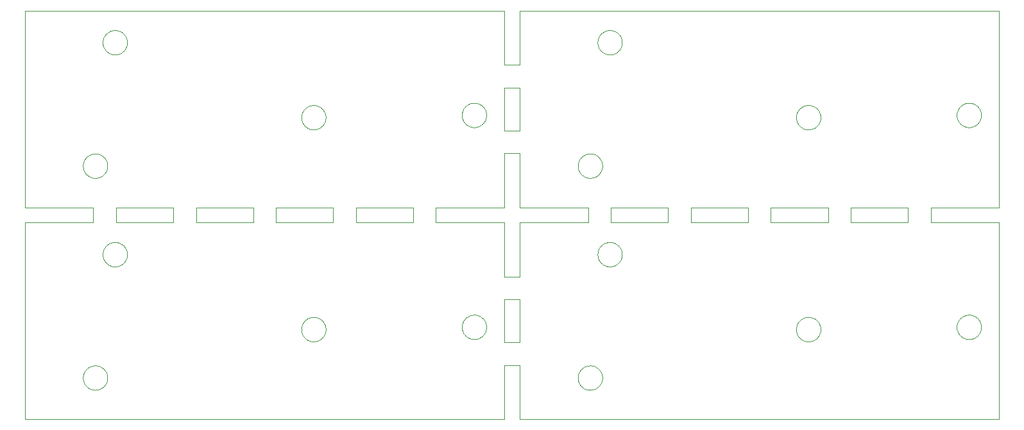
<source format=gbr>
%TF.GenerationSoftware,KiCad,Pcbnew,7.0.9*%
%TF.CreationDate,2024-06-09T17:36:51-04:00*%
%TF.ProjectId,Jackless-Panel,4a61636b-6c65-4737-932d-50616e656c2e,rev?*%
%TF.SameCoordinates,Original*%
%TF.FileFunction,Profile,NP*%
%FSLAX46Y46*%
G04 Gerber Fmt 4.6, Leading zero omitted, Abs format (unit mm)*
G04 Created by KiCad (PCBNEW 7.0.9) date 2024-06-09 17:36:51*
%MOMM*%
%LPD*%
G01*
G04 APERTURE LIST*
%TA.AperFunction,Profile*%
%ADD10C,0.100000*%
%TD*%
G04 APERTURE END LIST*
D10*
X97704564Y-52040711D02*
X97710479Y-52120258D01*
X92517083Y-39221768D02*
X92581499Y-39174723D01*
X94488041Y-52239883D02*
X94488041Y-52160116D01*
X120770206Y-62609641D02*
X120746875Y-62533364D01*
X93952540Y-66952353D02*
X94028523Y-66976627D01*
X123117712Y-32710270D02*
X123185439Y-32752410D01*
X160616911Y-25609529D02*
X160548163Y-25569078D01*
X96000345Y-25809369D02*
X95920878Y-25802472D01*
X159175449Y-42068132D02*
X159097440Y-42084780D01*
X121195619Y-35274880D02*
X121138868Y-35218827D01*
X159988449Y-69589765D02*
X159933102Y-69647205D01*
X161141849Y-25791653D02*
X161063451Y-25776939D01*
X144317712Y-63189729D02*
X144247985Y-63228467D01*
X142141562Y-32931295D02*
X142186184Y-32865178D01*
X123488449Y-63189765D02*
X123433102Y-63247205D01*
X208463451Y-35376939D02*
X208385878Y-35358366D01*
X94995619Y-51025119D02*
X95055072Y-50971941D01*
X141911661Y-34077816D02*
X141899865Y-33998927D01*
X93875449Y-70068132D02*
X93797440Y-70084780D01*
X157227344Y-68143973D02*
X157246875Y-68066635D01*
X158309317Y-70035979D02*
X158233958Y-70009833D01*
X95685878Y-53758366D02*
X95609317Y-53735979D01*
X147500000Y-20000000D02*
X84200000Y-20000000D01*
X189180980Y-33782981D02*
X189194724Y-33861554D01*
X143952540Y-32252353D02*
X144028523Y-32276627D01*
X162285439Y-50852410D02*
X162350999Y-50897847D01*
X84200000Y-46000000D02*
X93250000Y-46000000D01*
X162474982Y-50998162D02*
X162533102Y-51052794D01*
X210404564Y-33959288D02*
X210394724Y-34038445D01*
X160136535Y-41402039D02*
X160090290Y-41467032D01*
X207755072Y-32571941D02*
X207817083Y-32521768D01*
X92284958Y-39439963D02*
X92338868Y-39381172D01*
X209252540Y-63347646D02*
X209175449Y-63368132D01*
X209874982Y-60598162D02*
X209933102Y-60652794D01*
X144790290Y-60832967D02*
X144836535Y-60897960D01*
X97710479Y-52120258D02*
X97712452Y-52200000D01*
X161141849Y-50608346D02*
X161220878Y-50597527D01*
X121733958Y-35609833D02*
X121659984Y-35579993D01*
X188550999Y-32797847D02*
X188614232Y-32846471D01*
X186495619Y-35274880D02*
X186438868Y-35218827D01*
X207695619Y-62974880D02*
X207638868Y-62918827D01*
X160616911Y-22790470D02*
X160687576Y-22753468D01*
X209097440Y-60215219D02*
X209175449Y-60231867D01*
X162819107Y-52965595D02*
X162779509Y-53034838D01*
X117350000Y-47001500D02*
X117350000Y-46999500D01*
X159870206Y-24709641D02*
X159846875Y-24633364D01*
X123374982Y-60898162D02*
X123433102Y-60952794D01*
X162963368Y-51805184D02*
X162980980Y-51882981D01*
X186384958Y-61039963D02*
X186438868Y-60981172D01*
X93400345Y-70109369D02*
X93320878Y-70102472D01*
X158550000Y-47001500D02*
X158550000Y-48000000D01*
X143009317Y-60264020D02*
X143085878Y-60241633D01*
X159547985Y-39071532D02*
X159617712Y-39110270D01*
X186555072Y-63328058D02*
X186495619Y-63274880D01*
X121034022Y-63098650D02*
X120986184Y-63034821D01*
X94574982Y-39298162D02*
X94633102Y-39352794D01*
X160380980Y-68182981D02*
X160394724Y-68261554D01*
X97616719Y-51652675D02*
X97641930Y-51728352D01*
X94511661Y-51922183D02*
X94527344Y-51843973D01*
X207211661Y-62077816D02*
X207199865Y-61998927D01*
X210412452Y-33800000D02*
X210410479Y-33879741D01*
X185999865Y-62298927D02*
X185991986Y-62219551D01*
X94491986Y-52080448D02*
X94499865Y-52001072D01*
X208859816Y-63411342D02*
X208780056Y-63412328D01*
X187897440Y-35684780D02*
X187818703Y-35697551D01*
X123679509Y-62934838D02*
X123636535Y-63002039D01*
X209750999Y-35102152D02*
X209685439Y-35147589D01*
X210410479Y-61879741D02*
X210404564Y-61959288D01*
X148499000Y-63833333D02*
X147500000Y-63833333D01*
X209814232Y-35053528D02*
X209750999Y-35102152D01*
X188733102Y-63247205D02*
X188674982Y-63301837D01*
X209328523Y-63323372D02*
X209252540Y-63347646D01*
X159811661Y-52477816D02*
X159799865Y-52398927D01*
X123841930Y-62571647D02*
X123816719Y-62647324D01*
X210394724Y-33561554D02*
X210404564Y-33640711D01*
X142141562Y-60931295D02*
X142186184Y-60865178D01*
X95387576Y-25646531D02*
X95316911Y-25609529D01*
X162690290Y-53167032D02*
X162640888Y-53229658D01*
X182650000Y-46999500D02*
X182650000Y-46000000D01*
X188674982Y-35301837D02*
X188614232Y-35353528D01*
X208620878Y-63402472D02*
X208541849Y-63391653D01*
X96847985Y-50771532D02*
X96917712Y-50810270D01*
X157948163Y-41869078D02*
X157881499Y-41825276D01*
X161380056Y-53812328D02*
X161300345Y-53809369D01*
X143320878Y-63402472D02*
X143241849Y-63391653D01*
X158385878Y-38941633D02*
X158463451Y-38923060D01*
X161697440Y-25784780D02*
X161618703Y-25797551D01*
X162588449Y-53289765D02*
X162533102Y-53347205D01*
X123904564Y-62259288D02*
X123894724Y-62338445D01*
X93718703Y-42097551D02*
X93639430Y-42106412D01*
X121885878Y-35658366D02*
X121809317Y-35635979D01*
X162350999Y-50897847D02*
X162414232Y-50946471D01*
X94527344Y-24556026D02*
X94511661Y-24477816D01*
X94546875Y-51766635D02*
X94570206Y-51690358D01*
X92395619Y-41674880D02*
X92338868Y-41618827D01*
X144514232Y-63053528D02*
X144450999Y-63102152D01*
X161928523Y-22676627D02*
X162003213Y-22704628D01*
X162887796Y-52821662D02*
X162855232Y-52894478D01*
X162147985Y-50771532D02*
X162217712Y-50810270D01*
X160184958Y-53260036D02*
X160134022Y-53198650D01*
X157199865Y-40301072D02*
X157211661Y-40222183D01*
X210341930Y-34271647D02*
X210316719Y-34347324D01*
X120699865Y-62298927D02*
X120691986Y-62219551D01*
X158541849Y-70091653D02*
X158463451Y-70076939D01*
X123314232Y-35353528D02*
X123250999Y-35402152D01*
X188979509Y-34934838D02*
X188936535Y-35002039D01*
X159962390Y-52930260D02*
X159928035Y-52858271D01*
X161220878Y-22597527D02*
X161300345Y-22590630D01*
X94987796Y-69121662D02*
X94955232Y-69194478D01*
X121138868Y-63218827D02*
X121084958Y-63160036D01*
X91997282Y-67915327D02*
X92028035Y-67841728D01*
X157881499Y-41825276D02*
X157817083Y-41778231D01*
X145104564Y-61640711D02*
X145110479Y-61720258D01*
X97680980Y-24517018D02*
X97663368Y-24594815D01*
X95248163Y-22830921D02*
X95316911Y-22790470D01*
X187659816Y-63711342D02*
X187580056Y-63712328D01*
X148499000Y-27166666D02*
X147500000Y-27166666D01*
X141997282Y-33215327D02*
X142028035Y-33141728D01*
X207881499Y-63125276D02*
X207817083Y-63078231D01*
X121034022Y-33101349D02*
X121084958Y-33039963D01*
X141970206Y-61290358D02*
X141997282Y-61215327D01*
X160184958Y-25260036D02*
X160134022Y-25198650D01*
X145104564Y-61959288D02*
X145094724Y-62038445D01*
X96917712Y-53589729D02*
X96847985Y-53628467D01*
X93250000Y-47001500D02*
X93250000Y-48000000D01*
X187897440Y-60515219D02*
X187975449Y-60531867D01*
X185999865Y-34298927D02*
X185991986Y-34219551D01*
X186384958Y-63160036D02*
X186334022Y-63098650D01*
X94103213Y-41995371D02*
X94028523Y-42023372D01*
X142787576Y-32353468D02*
X142859984Y-32320006D01*
X187341849Y-35691653D02*
X187263451Y-35676939D01*
X96080056Y-22587671D02*
X96159816Y-22588657D01*
X185999865Y-33901072D02*
X186011661Y-33822183D01*
X148499000Y-30166666D02*
X148501000Y-30166666D01*
X207211661Y-33522183D02*
X207227344Y-33443973D01*
X123910479Y-62020258D02*
X123912452Y-62100000D01*
X142517083Y-35078231D02*
X142455072Y-35028058D01*
X144688449Y-32710234D02*
X144740888Y-32770341D01*
X159814232Y-41753528D02*
X159750999Y-41802152D01*
X157199865Y-68698927D02*
X157191986Y-68619551D01*
X127900000Y-47001500D02*
X127900000Y-46999500D01*
X163004564Y-52359288D02*
X162994724Y-52438445D01*
X91899865Y-40301072D02*
X91911661Y-40222183D01*
X158309317Y-66964020D02*
X158385878Y-66941633D01*
X160985878Y-22641633D02*
X161063451Y-22623060D01*
X120746875Y-33666635D02*
X120770206Y-33590358D01*
X144028523Y-35323372D02*
X143952540Y-35347646D01*
X144836535Y-60897960D02*
X144879509Y-60965161D01*
X148501000Y-38833333D02*
X149500000Y-38833333D01*
X161220878Y-50597527D02*
X161300345Y-50590630D01*
X144385439Y-35147589D02*
X144317712Y-35189729D01*
X142186184Y-34734821D02*
X142141562Y-34668704D01*
X210136535Y-34702039D02*
X210090290Y-34767032D01*
X141911661Y-33522183D02*
X141927344Y-33443973D01*
X142517083Y-63078231D02*
X142455072Y-63028058D01*
X144317712Y-32410270D02*
X144385439Y-32452410D01*
X127900000Y-46999500D02*
X127900000Y-46000000D01*
X95016719Y-67952675D02*
X95041930Y-68028352D01*
X94700263Y-25000461D02*
X94662390Y-24930260D01*
X186617083Y-32821768D02*
X186681499Y-32774723D01*
X92716911Y-69909529D02*
X92648163Y-69869078D01*
X160041562Y-25068704D02*
X160000263Y-25000461D01*
X203750000Y-46000000D02*
X212800000Y-46000000D01*
X158620878Y-66897527D02*
X158700345Y-66890630D01*
X143480056Y-32187671D02*
X143559816Y-32188657D01*
X187580056Y-35712328D02*
X187500345Y-35709369D01*
X96397440Y-25784780D02*
X96318703Y-25797551D01*
X189180980Y-62417018D02*
X189163368Y-62494815D01*
X92338868Y-67381172D02*
X92395619Y-67325119D01*
X95117083Y-50921768D02*
X95181499Y-50874723D01*
X210040888Y-32770341D02*
X210090290Y-32832967D01*
X123540888Y-63129658D02*
X123488449Y-63189765D01*
X157948163Y-67130921D02*
X158016911Y-67090470D01*
X159827344Y-52556026D02*
X159811661Y-52477816D01*
X93241849Y-66908346D02*
X93320878Y-66897527D01*
X120727344Y-34456026D02*
X120711661Y-34377816D01*
X189019107Y-61334404D02*
X189055232Y-61405521D01*
X93163451Y-70076939D02*
X93085878Y-70058366D01*
X120828035Y-34758271D02*
X120797282Y-34684672D01*
X185988041Y-62139883D02*
X185988041Y-62060116D01*
X210410479Y-61720258D02*
X210412452Y-61800000D01*
X93559816Y-70111342D02*
X93480056Y-70112328D01*
X160000263Y-25000461D02*
X159962390Y-24930260D01*
X92581499Y-67174723D02*
X92648163Y-67130921D01*
X159403213Y-39004628D02*
X159476426Y-39036289D01*
X122200345Y-32490630D02*
X122280056Y-32487671D01*
X189194724Y-34338445D02*
X189180980Y-34417018D01*
X207328035Y-62458271D02*
X207297282Y-62384672D01*
X94740888Y-67470341D02*
X94790290Y-67532967D01*
X95063368Y-68894815D02*
X95041930Y-68971647D01*
X121963451Y-35676939D02*
X121885878Y-35658366D01*
X148501000Y-66833333D02*
X149500000Y-66833333D01*
X207755072Y-63028058D02*
X207695619Y-62974880D01*
X160136535Y-67597960D02*
X160179509Y-67665161D01*
X92859984Y-41979993D02*
X92787576Y-41946531D01*
X159799865Y-24001072D02*
X159811661Y-23922183D01*
X144919107Y-62565595D02*
X144879509Y-62634838D01*
X157584958Y-41560036D02*
X157534022Y-41498650D01*
X120699865Y-61901072D02*
X120711661Y-61822183D01*
X210404564Y-33640711D02*
X210410479Y-33720258D01*
X160404564Y-40340711D02*
X160410479Y-40420258D01*
X91911661Y-40222183D02*
X91927344Y-40143973D01*
X159018703Y-38902448D02*
X159097440Y-38915219D01*
X123816719Y-62647324D02*
X123787796Y-62721662D01*
X145063368Y-33405184D02*
X145080980Y-33482981D01*
X92141562Y-69368704D02*
X92100263Y-69300461D01*
X122597440Y-60515219D02*
X122675449Y-60531867D01*
X158939430Y-42106412D02*
X158859816Y-42111342D01*
X95080980Y-68817018D02*
X95063368Y-68894815D01*
X209547985Y-32371532D02*
X209617712Y-32410270D01*
X186241562Y-62968704D02*
X186200263Y-62900461D01*
X162147985Y-22771532D02*
X162217712Y-22810270D01*
X94570206Y-51690358D02*
X94597282Y-51615327D01*
X159750999Y-39197847D02*
X159814232Y-39246471D01*
X160548163Y-53569078D02*
X160481499Y-53525276D01*
X189204564Y-61940711D02*
X189210479Y-62020258D01*
X160412452Y-40500000D02*
X160410479Y-40579741D01*
X142455072Y-35028058D02*
X142395619Y-34974880D01*
X203750000Y-47001500D02*
X203750000Y-46999500D01*
X144103213Y-60304628D02*
X144176426Y-60336289D01*
X123433102Y-63247205D02*
X123374982Y-63301837D01*
X94514232Y-41753528D02*
X94450999Y-41802152D01*
X161550000Y-46000000D02*
X169100000Y-46000000D01*
X92648163Y-69869078D02*
X92581499Y-69825276D01*
X189087796Y-62721662D02*
X189055232Y-62794478D01*
X189210479Y-62179741D02*
X189204564Y-62259288D01*
X187109317Y-32564020D02*
X187185878Y-32541633D01*
X207227344Y-62156026D02*
X207211661Y-62077816D01*
X207584958Y-32739963D02*
X207638868Y-32681172D01*
X97587796Y-24821662D02*
X97555232Y-24894478D01*
X162819107Y-51434404D02*
X162855232Y-51505521D01*
X161618703Y-50602448D02*
X161697440Y-50615219D01*
X94879509Y-69334838D02*
X94836535Y-69402039D01*
X144987796Y-33178337D02*
X145016719Y-33252675D01*
X160090290Y-39532967D02*
X160136535Y-39597960D01*
X122597440Y-63684780D02*
X122518703Y-63697551D01*
X162217712Y-53589729D02*
X162147985Y-53628467D01*
X143797440Y-32215219D02*
X143875449Y-32231867D01*
X207270206Y-34309641D02*
X207246875Y-34233364D01*
X162533102Y-23052794D02*
X162588449Y-23110234D01*
X93320878Y-38897527D02*
X93400345Y-38890630D01*
X185991986Y-33980448D02*
X185999865Y-33901072D01*
X159814232Y-69753528D02*
X159750999Y-69802152D01*
X157246875Y-40066635D02*
X157270206Y-39990358D01*
X207211661Y-61522183D02*
X207227344Y-61443973D01*
X96239430Y-50593587D02*
X96318703Y-50602448D01*
X122752540Y-32552353D02*
X122828523Y-32576627D01*
X162779509Y-53034838D02*
X162736535Y-53102039D01*
X91911661Y-68222183D02*
X91927344Y-68143973D01*
X209617712Y-32410270D02*
X209685439Y-32452410D01*
X186241562Y-61231295D02*
X186286184Y-61165178D01*
X92141562Y-39631295D02*
X92186184Y-39565178D01*
X97288449Y-51110234D02*
X97340888Y-51170341D01*
X147500000Y-27166666D02*
X147500000Y-20000000D01*
X187185878Y-35658366D02*
X187109317Y-35635979D01*
X161697440Y-50615219D02*
X161775449Y-50631867D01*
X207400263Y-62600461D02*
X207362390Y-62530260D01*
X94317712Y-41889729D02*
X94247985Y-41928467D01*
X96239430Y-22593587D02*
X96318703Y-22602448D01*
X144514232Y-60546471D02*
X144574982Y-60598162D01*
X207328035Y-61141728D02*
X207362390Y-61069739D01*
X123755232Y-34794478D02*
X123719107Y-34865595D01*
X186495619Y-32925119D02*
X186555072Y-32871941D01*
X121084958Y-33039963D02*
X121138868Y-32981172D01*
X159328523Y-66976627D02*
X159403213Y-67004628D01*
X145094724Y-34038445D02*
X145080980Y-34117018D01*
X143875449Y-60231867D02*
X143952540Y-60252353D01*
X91997282Y-41084672D02*
X91970206Y-41009641D01*
X123433102Y-35247205D02*
X123374982Y-35301837D01*
X93952540Y-70047646D02*
X93875449Y-70068132D01*
X159846875Y-24633364D02*
X159827344Y-24556026D01*
X209750999Y-32497847D02*
X209814232Y-32546471D01*
X142338868Y-60681172D02*
X142395619Y-60625119D01*
X208700345Y-60190630D02*
X208780056Y-60187671D01*
X160481499Y-53525276D02*
X160417083Y-53478231D01*
X96397440Y-50615219D02*
X96475449Y-50631867D01*
X92933958Y-42009833D02*
X92859984Y-41979993D01*
X123540888Y-35129658D02*
X123488449Y-35189765D01*
X207486184Y-32865178D02*
X207534022Y-32801349D01*
X142933958Y-63309833D02*
X142859984Y-63279993D01*
X162994724Y-51961554D02*
X163004564Y-52040711D01*
X97680980Y-52517018D02*
X97663368Y-52594815D01*
X121138868Y-35218827D02*
X121084958Y-35160036D01*
X120900263Y-62900461D02*
X120862390Y-62830260D01*
X123719107Y-61334404D02*
X123755232Y-61405521D01*
X94028523Y-42023372D02*
X93952540Y-42047646D01*
X163010479Y-24120258D02*
X163012452Y-24200000D01*
X210363368Y-61405184D02*
X210380980Y-61482981D01*
X120986184Y-61165178D02*
X121034022Y-61101349D01*
X160355072Y-50971941D02*
X160417083Y-50921768D01*
X144247985Y-35228467D02*
X144176426Y-35263710D01*
X123636535Y-63002039D02*
X123590290Y-63067032D01*
X187818703Y-63697551D02*
X187739430Y-63706412D01*
X142716911Y-60390470D02*
X142787576Y-60353468D01*
X159870206Y-51690358D02*
X159897282Y-51615327D01*
X94740888Y-39470341D02*
X94790290Y-39532967D01*
X161220878Y-25802472D02*
X161141849Y-25791653D01*
X123841930Y-33628352D02*
X123863368Y-33705184D01*
X123880980Y-34417018D02*
X123863368Y-34494815D01*
X93875449Y-42068132D02*
X93797440Y-42084780D01*
X188485439Y-32752410D02*
X188550999Y-32797847D01*
X186681499Y-32774723D02*
X186748163Y-32730921D01*
X122518703Y-32502448D02*
X122597440Y-32515219D01*
X160219107Y-67734404D02*
X160255232Y-67805521D01*
X159750999Y-41802152D02*
X159685439Y-41847589D01*
X207695619Y-32625119D02*
X207755072Y-32571941D01*
X143875449Y-63368132D02*
X143797440Y-63384780D01*
X148499000Y-66833333D02*
X148501000Y-66833333D01*
X97340888Y-23170341D02*
X97390290Y-23232967D01*
X157486184Y-69434821D02*
X157441562Y-69368704D01*
X186748163Y-32730921D02*
X186816911Y-32690470D01*
X95055072Y-53428058D02*
X94995619Y-53374880D01*
X96239430Y-53806412D02*
X96159816Y-53811342D01*
X141970206Y-62309641D02*
X141946875Y-62233364D01*
X207486184Y-62734821D02*
X207441562Y-62668704D01*
X123047985Y-35528467D02*
X122976426Y-35563710D01*
X189116719Y-33552675D02*
X189141930Y-33628352D01*
X210287796Y-33178337D02*
X210316719Y-33252675D01*
X189194724Y-62338445D02*
X189180980Y-62417018D01*
X123540888Y-61070341D02*
X123590290Y-61132967D01*
X209547985Y-63228467D02*
X209476426Y-63263710D01*
X92062390Y-69230260D02*
X92028035Y-69158271D01*
X120900263Y-61299538D02*
X120941562Y-61231295D01*
X160687576Y-25646531D02*
X160616911Y-25609529D01*
X143718703Y-35397551D02*
X143639430Y-35406412D01*
X97479509Y-51365161D02*
X97519107Y-51434404D01*
X106800000Y-46000000D02*
X114350000Y-46000000D01*
X187739430Y-35706412D02*
X187659816Y-35711342D01*
X143952540Y-63347646D02*
X143875449Y-63368132D01*
X186097282Y-61515327D02*
X186128035Y-61441728D01*
X97587796Y-51578337D02*
X97616719Y-51652675D01*
X208016911Y-63209529D02*
X207948163Y-63169078D01*
X160363368Y-68894815D02*
X160341930Y-68971647D01*
X141891986Y-33919551D02*
X141888041Y-33839883D01*
X161852540Y-25747646D02*
X161775449Y-25768132D01*
X163004564Y-52040711D02*
X163010479Y-52120258D01*
X141946875Y-33366635D02*
X141970206Y-33290358D01*
X97390290Y-51232967D02*
X97436535Y-51297960D01*
X162640888Y-53229658D02*
X162588449Y-53289765D01*
X159870206Y-23690358D02*
X159897282Y-23615327D01*
X95055072Y-25428058D02*
X94995619Y-25374880D01*
X159476426Y-69963710D02*
X159403213Y-69995371D01*
X95841849Y-50608346D02*
X95920878Y-50597527D01*
X189116719Y-34647324D02*
X189087796Y-34721662D01*
X145110479Y-33720258D02*
X145112452Y-33800000D01*
X207191986Y-61919551D02*
X207188041Y-61839883D01*
X208700345Y-32190630D02*
X208780056Y-32187671D01*
X157191986Y-40380448D02*
X157199865Y-40301072D01*
X159811661Y-24477816D02*
X159799865Y-24398927D01*
X142859984Y-60320006D02*
X142933958Y-60290166D01*
X157486184Y-67565178D02*
X157534022Y-67501349D01*
X160687576Y-50753468D02*
X160759984Y-50720006D01*
X189204564Y-62259288D02*
X189194724Y-62338445D01*
X163004564Y-24359288D02*
X162994724Y-24438445D01*
X160295619Y-51025119D02*
X160355072Y-50971941D01*
X122120878Y-35702472D02*
X122041849Y-35691653D01*
X94662390Y-51469739D02*
X94700263Y-51399538D01*
X93875449Y-38931867D02*
X93952540Y-38952353D01*
X142338868Y-62918827D02*
X142284958Y-62860036D01*
X123904564Y-34259288D02*
X123894724Y-34338445D01*
X97704564Y-24359288D02*
X97694724Y-24438445D01*
X200750000Y-46000000D02*
X200750000Y-46999500D01*
X92338868Y-41618827D02*
X92284958Y-41560036D01*
X123047985Y-32671532D02*
X123117712Y-32710270D01*
X157297282Y-67915327D02*
X157328035Y-67841728D01*
X120688041Y-62139883D02*
X120688041Y-62060116D01*
X188276426Y-35563710D02*
X188203213Y-35595371D01*
X157948163Y-39130921D02*
X158016911Y-39090470D01*
X159788041Y-52160116D02*
X159791986Y-52080448D01*
X159617712Y-39110270D02*
X159685439Y-39152410D01*
X122976426Y-60636289D02*
X123047985Y-60671532D01*
X161300345Y-25809369D02*
X161220878Y-25802472D01*
X106800000Y-48000000D02*
X106800000Y-47001500D01*
X120986184Y-33165178D02*
X121034022Y-33101349D01*
X208541849Y-63391653D02*
X208463451Y-63376939D01*
X162980980Y-51882981D02*
X162994724Y-51961554D01*
X160548163Y-50830921D02*
X160616911Y-50790470D01*
X121809317Y-32564020D02*
X121885878Y-32541633D01*
X122675449Y-60531867D02*
X122752540Y-60552353D01*
X120699865Y-34298927D02*
X120691986Y-34219551D01*
X120797282Y-61515327D02*
X120828035Y-61441728D01*
X160759984Y-53679993D02*
X160687576Y-53646531D01*
X141888041Y-61839883D02*
X141888041Y-61760116D01*
X97710479Y-24279741D02*
X97704564Y-24359288D01*
X94836535Y-41402039D02*
X94790290Y-41467032D01*
X207362390Y-33069739D02*
X207400263Y-32999538D01*
X94919107Y-41265595D02*
X94879509Y-41334838D01*
X208233958Y-35309833D02*
X208159984Y-35279993D01*
X157199865Y-68301072D02*
X157211661Y-68222183D01*
X159988449Y-41589765D02*
X159933102Y-41647205D01*
X159750999Y-67197847D02*
X159814232Y-67246471D01*
X145041930Y-61328352D02*
X145063368Y-61405184D01*
X162474982Y-22998162D02*
X162533102Y-23052794D01*
X147500000Y-74000000D02*
X147500000Y-66833333D01*
X92100263Y-41300461D02*
X92062390Y-41230260D01*
X96250000Y-46000000D02*
X103800000Y-46000000D01*
X144955232Y-33105521D02*
X144987796Y-33178337D01*
X142787576Y-60353468D02*
X142859984Y-60320006D01*
X187109317Y-63635979D02*
X187033958Y-63609833D01*
X157755072Y-67271941D02*
X157817083Y-67221768D01*
X212800000Y-46000000D02*
X212800000Y-20000000D01*
X208385878Y-60241633D02*
X208463451Y-60223060D01*
X123590290Y-35067032D02*
X123540888Y-35129658D01*
X121084958Y-61039963D02*
X121138868Y-60981172D01*
X159988449Y-67410234D02*
X160040888Y-67470341D01*
X186748163Y-60730921D02*
X186816911Y-60690470D01*
X91888041Y-40539883D02*
X91888041Y-40460116D01*
X209988449Y-62889765D02*
X209933102Y-62947205D01*
X92859984Y-39020006D02*
X92933958Y-38990166D01*
X147500000Y-48000000D02*
X138450000Y-48000000D01*
X159018703Y-66902448D02*
X159097440Y-66915219D01*
X188347985Y-32671532D02*
X188417712Y-32710270D01*
X122675449Y-35668132D02*
X122597440Y-35684780D01*
X186027344Y-34456026D02*
X186011661Y-34377816D01*
X159403213Y-67004628D02*
X159476426Y-67036289D01*
X93875449Y-66931867D02*
X93952540Y-66952353D01*
X95316911Y-50790470D02*
X95387576Y-50753468D01*
X143085878Y-63358366D02*
X143009317Y-63335979D01*
X121733958Y-60590166D02*
X121809317Y-60564020D01*
X92100263Y-69300461D02*
X92062390Y-69230260D01*
X208780056Y-63412328D02*
X208700345Y-63409369D01*
X158309317Y-42035979D02*
X158233958Y-42009833D01*
X186681499Y-63425276D02*
X186617083Y-63378231D01*
X138450000Y-48000000D02*
X138450000Y-47001500D01*
X188979509Y-61265161D02*
X189019107Y-61334404D01*
X84200000Y-20000000D02*
X84200000Y-46000000D01*
X144633102Y-60652794D02*
X144688449Y-60710234D01*
X186162390Y-34830260D02*
X186128035Y-34758271D01*
X157246875Y-68066635D02*
X157270206Y-67990358D01*
X144790290Y-34767032D02*
X144740888Y-34829658D01*
X157191986Y-68619551D02*
X157188041Y-68539883D01*
X142933958Y-60290166D02*
X143009317Y-60264020D01*
X97390290Y-23232967D02*
X97436535Y-23297960D01*
X92716911Y-41909529D02*
X92648163Y-41869078D01*
X187739430Y-60493587D02*
X187818703Y-60502448D01*
X97663368Y-51805184D02*
X97680980Y-51882981D01*
X95041930Y-40971647D02*
X95016719Y-41047324D01*
X145041930Y-62271647D02*
X145016719Y-62347324D01*
X97340888Y-25229658D02*
X97288449Y-25289765D01*
X162217712Y-50810270D02*
X162285439Y-50852410D01*
X94514232Y-39246471D02*
X94574982Y-39298162D01*
X93559816Y-38888657D02*
X93639430Y-38893587D01*
X157817083Y-41778231D02*
X157755072Y-41728058D01*
X94995619Y-23025119D02*
X95055072Y-22971941D01*
X91891986Y-40619551D02*
X91888041Y-40539883D01*
X207297282Y-62384672D02*
X207270206Y-62309641D01*
X160404564Y-68659288D02*
X160394724Y-68738445D01*
X143952540Y-60252353D02*
X144028523Y-60276627D01*
X94597282Y-52784672D02*
X94570206Y-52709641D01*
X210341930Y-62271647D02*
X210316719Y-62347324D01*
X94938868Y-51081172D02*
X94995619Y-51025119D01*
X141891986Y-61680448D02*
X141899865Y-61601072D01*
X158780056Y-70112328D02*
X158700345Y-70109369D01*
X207199865Y-61601072D02*
X207211661Y-61522183D01*
X159799865Y-24398927D02*
X159791986Y-24319551D01*
X209328523Y-32276627D02*
X209403213Y-32304628D01*
X144317712Y-60410270D02*
X144385439Y-60452410D01*
X92284958Y-69560036D02*
X92234022Y-69498650D01*
X207199865Y-33601072D02*
X207211661Y-33522183D01*
X121963451Y-60523060D02*
X122041849Y-60508346D01*
X123863368Y-61705184D02*
X123880980Y-61782981D01*
X160040888Y-39470341D02*
X160090290Y-39532967D01*
X160219107Y-39734404D02*
X160255232Y-39805521D01*
X143559816Y-60188657D02*
X143639430Y-60193587D01*
X157188041Y-68539883D02*
X157188041Y-68460116D01*
X121659984Y-32620006D02*
X121733958Y-32590166D01*
X120986184Y-35034821D02*
X120941562Y-34968704D01*
X208309317Y-63335979D02*
X208233958Y-63309833D01*
X120688041Y-62060116D02*
X120691986Y-61980448D01*
X160417083Y-22921768D02*
X160481499Y-22874723D01*
X95841849Y-25791653D02*
X95763451Y-25776939D01*
X122976426Y-32636289D02*
X123047985Y-32671532D01*
X158016911Y-39090470D02*
X158087576Y-39053468D01*
X208620878Y-32197527D02*
X208700345Y-32190630D01*
X158700345Y-42109369D02*
X158620878Y-42102472D01*
X157441562Y-69368704D02*
X157400263Y-69300461D01*
X200750000Y-46999500D02*
X200750000Y-47001500D01*
X160316719Y-67952675D02*
X160341930Y-68028352D01*
X145094724Y-61561554D02*
X145104564Y-61640711D01*
X159988449Y-39410234D02*
X160040888Y-39470341D01*
X159403213Y-41995371D02*
X159328523Y-42023372D01*
X157328035Y-67841728D02*
X157362390Y-67769739D01*
X162588449Y-23110234D02*
X162640888Y-23170341D01*
X142028035Y-34458271D02*
X141997282Y-34384672D01*
X159814232Y-67246471D02*
X159874982Y-67298162D01*
X208463451Y-60223060D02*
X208541849Y-60208346D01*
X143241849Y-63391653D02*
X143163451Y-63376939D01*
X93085878Y-42058366D02*
X93009317Y-42035979D01*
X97704564Y-24040711D02*
X97710479Y-24120258D01*
X210136535Y-62702039D02*
X210090290Y-62767032D01*
X186241562Y-33231295D02*
X186286184Y-33165178D01*
X200750000Y-48000000D02*
X193200000Y-48000000D01*
X210179509Y-32965161D02*
X210219107Y-33034404D01*
X94919107Y-67734404D02*
X94955232Y-67805521D01*
X143797440Y-60215219D02*
X143875449Y-60231867D01*
X96703213Y-25695371D02*
X96628523Y-25723372D01*
X162855232Y-51505521D02*
X162887796Y-51578337D01*
X188840888Y-33070341D02*
X188890290Y-33132967D01*
X94028523Y-66976627D02*
X94103213Y-67004628D01*
X161928523Y-53723372D02*
X161852540Y-53747646D01*
X187033958Y-35609833D02*
X186959984Y-35579993D01*
X94700263Y-23399538D02*
X94741562Y-23331295D01*
X162533102Y-53347205D02*
X162474982Y-53401837D01*
X95387576Y-22753468D02*
X95459984Y-22720006D01*
X95094724Y-40738445D02*
X95080980Y-40817018D01*
X95763451Y-22623060D02*
X95841849Y-22608346D01*
X123894724Y-62338445D02*
X123880980Y-62417018D01*
X158939430Y-38893587D02*
X159018703Y-38902448D01*
X94499865Y-52001072D02*
X94511661Y-51922183D01*
X121659984Y-60620006D02*
X121733958Y-60590166D01*
X96318703Y-50602448D02*
X96397440Y-50615219D01*
X92455072Y-67271941D02*
X92517083Y-67221768D01*
X144103213Y-32304628D02*
X144176426Y-32336289D01*
X160380980Y-68817018D02*
X160363368Y-68894815D01*
X207584958Y-60739963D02*
X207638868Y-60681172D01*
X209988449Y-60710234D02*
X210040888Y-60770341D01*
X143639430Y-32193587D02*
X143718703Y-32202448D01*
X94919107Y-39734404D02*
X94955232Y-39805521D01*
X207270206Y-62309641D02*
X207246875Y-62233364D01*
X158087576Y-67053468D02*
X158159984Y-67020006D01*
X144450999Y-35102152D02*
X144385439Y-35147589D01*
X95248163Y-25569078D02*
X95181499Y-25525276D01*
X209018703Y-63397551D02*
X208939430Y-63406412D01*
X91888041Y-68460116D02*
X91891986Y-68380448D01*
X92933958Y-38990166D02*
X93009317Y-38964020D01*
X120986184Y-63034821D02*
X120941562Y-62968704D01*
X189019107Y-62865595D02*
X188979509Y-62934838D01*
X210255232Y-61105521D02*
X210287796Y-61178337D01*
X94741562Y-53068704D02*
X94700263Y-53000461D01*
X210316719Y-33252675D02*
X210341930Y-33328352D01*
X210341930Y-61328352D02*
X210363368Y-61405184D01*
X188203213Y-63595371D02*
X188128523Y-63623372D01*
X189194724Y-61861554D02*
X189204564Y-61940711D01*
X208159984Y-63279993D02*
X208087576Y-63246531D01*
X123755232Y-62794478D02*
X123719107Y-62865595D01*
X123636535Y-35002039D02*
X123590290Y-35067032D01*
X93639430Y-70106412D02*
X93559816Y-70111342D01*
X189210479Y-34020258D02*
X189212452Y-34100000D01*
X94488041Y-24160116D02*
X94491986Y-24080448D01*
X145094724Y-62038445D02*
X145080980Y-62117018D01*
X188936535Y-63002039D02*
X188890290Y-63067032D01*
X95016719Y-69047324D02*
X94987796Y-69121662D01*
X97050999Y-50897847D02*
X97114232Y-50946471D01*
X97233102Y-53347205D02*
X97174982Y-53401837D01*
X145041930Y-33328352D02*
X145063368Y-33405184D01*
X188788449Y-61010234D02*
X188840888Y-61070341D01*
X162916719Y-24747324D02*
X162887796Y-24821662D01*
X94688449Y-67410234D02*
X94740888Y-67470341D01*
X210179509Y-34634838D02*
X210136535Y-34702039D01*
X159846875Y-23766635D02*
X159870206Y-23690358D01*
X145080980Y-62117018D02*
X145063368Y-62194815D01*
X161539430Y-25806412D02*
X161459816Y-25811342D01*
X123679509Y-34934838D02*
X123636535Y-35002039D01*
X91911661Y-40777816D02*
X91899865Y-40698927D01*
X160000263Y-51399538D02*
X160041562Y-51331295D01*
X142062390Y-33069739D02*
X142100263Y-32999538D01*
X157881499Y-39174723D02*
X157948163Y-39130921D01*
X92141562Y-67631295D02*
X92186184Y-67565178D01*
X95181499Y-25525276D02*
X95117083Y-25478231D01*
X97663368Y-23805184D02*
X97680980Y-23882981D01*
X120691986Y-62219551D02*
X120688041Y-62139883D01*
X210380980Y-62117018D02*
X210363368Y-62194815D01*
X210179509Y-62634838D02*
X210136535Y-62702039D01*
X207534022Y-62798650D02*
X207486184Y-62734821D01*
X95094724Y-68261554D02*
X95104564Y-68340711D01*
X207227344Y-34156026D02*
X207211661Y-34077816D01*
X188203213Y-60604628D02*
X188276426Y-60636289D01*
X141888041Y-33839883D02*
X141888041Y-33760116D01*
X188417712Y-32710270D02*
X188485439Y-32752410D01*
X144919107Y-61034404D02*
X144955232Y-61105521D01*
X144955232Y-62494478D02*
X144919107Y-62565595D01*
X203750000Y-48000000D02*
X203750000Y-47001500D01*
X93639430Y-38893587D02*
X93718703Y-38902448D01*
X149500000Y-48000000D02*
X149500000Y-55166666D01*
X120727344Y-61743973D02*
X120746875Y-61666635D01*
X95459984Y-25679993D02*
X95387576Y-25646531D01*
X157486184Y-39565178D02*
X157534022Y-39501349D01*
X209476426Y-60336289D02*
X209547985Y-60371532D01*
X141899865Y-33601072D02*
X141911661Y-33522183D01*
X94740888Y-41529658D02*
X94688449Y-41589765D01*
X92455072Y-39271941D02*
X92517083Y-39221768D01*
X207328035Y-34458271D02*
X207297282Y-34384672D01*
X97340888Y-51170341D02*
X97390290Y-51232967D01*
X94741562Y-23331295D02*
X94786184Y-23265178D01*
X121255072Y-32871941D02*
X121317083Y-32821768D01*
X208087576Y-60353468D02*
X208159984Y-60320006D01*
X210380980Y-33482981D02*
X210394724Y-33561554D01*
X208159984Y-60320006D02*
X208233958Y-60290166D01*
X123314232Y-60846471D02*
X123374982Y-60898162D01*
X187185878Y-63658366D02*
X187109317Y-63635979D01*
X162980980Y-52517018D02*
X162963368Y-52594815D01*
X144317712Y-35189729D02*
X144247985Y-35228467D01*
X186162390Y-33369739D02*
X186200263Y-33299538D01*
X97436535Y-53102039D02*
X97390290Y-53167032D01*
X162887796Y-51578337D02*
X162916719Y-51652675D01*
X141899865Y-61998927D02*
X141891986Y-61919551D01*
X210255232Y-33105521D02*
X210287796Y-33178337D01*
X121809317Y-35635979D02*
X121733958Y-35609833D01*
X212800000Y-48000000D02*
X203750000Y-48000000D01*
X96250000Y-48000000D02*
X96250000Y-47001500D01*
X190200000Y-48000000D02*
X182650000Y-48000000D01*
X208233958Y-32290166D02*
X208309317Y-32264020D01*
X149500000Y-20000000D02*
X149500000Y-27166666D01*
X94786184Y-25134821D02*
X94741562Y-25068704D01*
X97555232Y-24894478D02*
X97519107Y-24965595D01*
X95080980Y-40182981D02*
X95094724Y-40261554D01*
X93400345Y-38890630D02*
X93480056Y-38887671D01*
X160041562Y-53068704D02*
X160000263Y-53000461D01*
X93480056Y-42112328D02*
X93400345Y-42109369D01*
X94317712Y-69889729D02*
X94247985Y-69928467D01*
X187341849Y-60508346D02*
X187420878Y-60497527D01*
X94786184Y-53134821D02*
X94741562Y-53068704D01*
X93250000Y-46000000D02*
X93250000Y-46999500D01*
X186959984Y-32620006D02*
X187033958Y-32590166D01*
X95316911Y-53609529D02*
X95248163Y-53569078D01*
X96847985Y-25628467D02*
X96776426Y-25663710D01*
X123787796Y-62721662D02*
X123755232Y-62794478D01*
X92517083Y-69778231D02*
X92455072Y-69728058D01*
X122280056Y-60487671D02*
X122359816Y-60488657D01*
X157638868Y-69618827D02*
X157584958Y-69560036D01*
X95181499Y-22874723D02*
X95248163Y-22830921D01*
X94786184Y-23265178D02*
X94834022Y-23201349D01*
X120770206Y-34609641D02*
X120746875Y-34533364D01*
X93400345Y-66890630D02*
X93480056Y-66887671D01*
X186046875Y-62533364D02*
X186027344Y-62456026D01*
X207199865Y-61998927D02*
X207191986Y-61919551D01*
X135450000Y-46999500D02*
X135450000Y-47001500D01*
X143718703Y-32202448D02*
X143797440Y-32215219D01*
X94741562Y-51331295D02*
X94786184Y-51265178D01*
X93085878Y-70058366D02*
X93009317Y-70035979D01*
X161775449Y-22631867D02*
X161852540Y-22652353D01*
X94834022Y-51201349D02*
X94884958Y-51139963D01*
X186555072Y-32871941D02*
X186617083Y-32821768D01*
X186555072Y-60871941D02*
X186617083Y-60821768D01*
X95920878Y-25802472D02*
X95841849Y-25791653D01*
X188614232Y-32846471D02*
X188674982Y-32898162D01*
X94028523Y-70023372D02*
X93952540Y-70047646D01*
X157534022Y-67501349D02*
X157584958Y-67439963D01*
X188936535Y-61197960D02*
X188979509Y-61265161D01*
X96159816Y-50588657D02*
X96239430Y-50593587D01*
X209750999Y-63102152D02*
X209685439Y-63147589D01*
X186286184Y-35034821D02*
X186241562Y-34968704D01*
X95609317Y-50664020D02*
X95685878Y-50641633D01*
X144879509Y-62634838D02*
X144836535Y-62702039D01*
X142284958Y-62860036D02*
X142234022Y-62798650D01*
X97519107Y-23434404D02*
X97555232Y-23505521D01*
X92787576Y-39053468D02*
X92859984Y-39020006D01*
X160219107Y-41265595D02*
X160179509Y-41334838D01*
X185988041Y-34060116D02*
X185991986Y-33980448D01*
X94628035Y-52858271D02*
X94597282Y-52784672D01*
X159928035Y-52858271D02*
X159897282Y-52784672D01*
X142787576Y-35246531D02*
X142716911Y-35209529D01*
X161775449Y-53768132D02*
X161697440Y-53784780D01*
X94247985Y-69928467D02*
X94176426Y-69963710D01*
X92787576Y-67053468D02*
X92859984Y-67020006D01*
X149500000Y-63833333D02*
X148501000Y-63833333D01*
X209476426Y-32336289D02*
X209547985Y-32371532D01*
X159547985Y-69928467D02*
X159476426Y-69963710D01*
X161618703Y-53797551D02*
X161539430Y-53806412D01*
X94546875Y-52633364D02*
X94527344Y-52556026D01*
X160355072Y-53428058D02*
X160295619Y-53374880D01*
X159933102Y-41647205D02*
X159874982Y-41701837D01*
X158233958Y-70009833D02*
X158159984Y-69979993D01*
X187659816Y-35711342D02*
X187580056Y-35712328D01*
X157486184Y-41434821D02*
X157441562Y-41368704D01*
X143559816Y-35411342D02*
X143480056Y-35412328D01*
X91899865Y-68698927D02*
X91891986Y-68619551D01*
X209874982Y-35001837D02*
X209814232Y-35053528D01*
X188890290Y-35067032D02*
X188840888Y-35129658D01*
X159791986Y-52319551D02*
X159788041Y-52239883D01*
X97663368Y-24594815D02*
X97641930Y-24671647D01*
X163004564Y-24040711D02*
X163010479Y-24120258D01*
X188485439Y-60752410D02*
X188550999Y-60797847D01*
X193200000Y-46000000D02*
X200750000Y-46000000D01*
X94633102Y-41647205D02*
X94574982Y-41701837D01*
X95016719Y-41047324D02*
X94987796Y-41121662D01*
X93085878Y-66941633D02*
X93163451Y-66923060D01*
X143559816Y-63411342D02*
X143480056Y-63412328D01*
X161928523Y-25723372D02*
X161852540Y-25747646D01*
X186887576Y-32653468D02*
X186959984Y-32620006D01*
X122439430Y-63706412D02*
X122359816Y-63711342D01*
X94247985Y-67071532D02*
X94317712Y-67110270D01*
X207881499Y-60474723D02*
X207948163Y-60430921D01*
X158620878Y-70102472D02*
X158541849Y-70091653D01*
X106800000Y-46999500D02*
X106800000Y-46000000D01*
X158233958Y-42009833D02*
X158159984Y-41979993D01*
X162941930Y-51728352D02*
X162963368Y-51805184D01*
X210219107Y-62565595D02*
X210179509Y-62634838D01*
X157246875Y-40933364D02*
X157227344Y-40856026D01*
X97050999Y-25502152D02*
X96985439Y-25547589D01*
X193200000Y-47001500D02*
X193200000Y-46999500D01*
X95459984Y-53679993D02*
X95387576Y-53646531D01*
X159928035Y-51541728D02*
X159962390Y-51469739D01*
X158385878Y-42058366D02*
X158309317Y-42035979D01*
X96703213Y-50704628D02*
X96776426Y-50736289D01*
X95920878Y-50597527D02*
X96000345Y-50590630D01*
X92234022Y-41498650D02*
X92186184Y-41434821D01*
X160616911Y-53609529D02*
X160548163Y-53569078D01*
X159962390Y-23469739D02*
X160000263Y-23399538D01*
X97555232Y-52894478D02*
X97519107Y-52965595D01*
X141970206Y-34309641D02*
X141946875Y-34233364D01*
X161550000Y-48000000D02*
X161550000Y-47001500D01*
X141888041Y-33760116D02*
X141891986Y-33680448D01*
X96985439Y-50852410D02*
X97050999Y-50897847D01*
X189180980Y-34417018D02*
X189163368Y-34494815D01*
X122828523Y-32576627D02*
X122903213Y-32604628D01*
X208087576Y-35246531D02*
X208016911Y-35209529D01*
X210341930Y-33328352D02*
X210363368Y-33405184D01*
X95763451Y-25776939D02*
X95685878Y-25758366D01*
X92395619Y-69674880D02*
X92338868Y-69618827D01*
X159175449Y-66931867D02*
X159252540Y-66952353D01*
X92028035Y-67841728D02*
X92062390Y-67769739D01*
X94385439Y-41847589D02*
X94317712Y-41889729D01*
X94836535Y-39597960D02*
X94879509Y-39665161D01*
X160041562Y-23331295D02*
X160086184Y-23265178D01*
X189212452Y-34100000D02*
X189210479Y-34179741D01*
X157638868Y-67381172D02*
X157695619Y-67325119D01*
X207270206Y-61290358D02*
X207297282Y-61215327D01*
X162855232Y-52894478D02*
X162819107Y-52965595D01*
X95841849Y-22608346D02*
X95920878Y-22597527D01*
X97340888Y-53229658D02*
X97288449Y-53289765D01*
X210255232Y-34494478D02*
X210219107Y-34565595D01*
X97616719Y-23652675D02*
X97641930Y-23728352D01*
X188052540Y-32552353D02*
X188128523Y-32576627D01*
X95459984Y-50720006D02*
X95533958Y-50690166D01*
X160687576Y-22753468D02*
X160759984Y-22720006D01*
X159874982Y-39298162D02*
X159933102Y-39352794D01*
X95316911Y-25609529D02*
X95248163Y-25569078D01*
X93480056Y-38887671D02*
X93559816Y-38888657D01*
X159476426Y-39036289D02*
X159547985Y-39071532D01*
X160481499Y-25525276D02*
X160417083Y-25478231D01*
X207948163Y-60430921D02*
X208016911Y-60390470D01*
X186748163Y-63469078D02*
X186681499Y-63425276D01*
X157188041Y-40460116D02*
X157191986Y-40380448D01*
X187033958Y-63609833D02*
X186959984Y-63579993D01*
X142284958Y-32739963D02*
X142338868Y-32681172D01*
X160394724Y-40261554D02*
X160404564Y-40340711D01*
X143797440Y-63384780D02*
X143718703Y-63397551D01*
X160341930Y-40971647D02*
X160316719Y-41047324D01*
X120828035Y-33441728D02*
X120862390Y-33369739D01*
X210090290Y-60832967D02*
X210136535Y-60897960D01*
X97641930Y-23728352D02*
X97663368Y-23805184D01*
X96475449Y-25768132D02*
X96397440Y-25784780D01*
X97680980Y-23882981D02*
X97694724Y-23961554D01*
X97114232Y-25453528D02*
X97050999Y-25502152D01*
X157695619Y-41674880D02*
X157638868Y-41618827D01*
X159962390Y-24930260D02*
X159928035Y-24858271D01*
X159617712Y-69889729D02*
X159547985Y-69928467D01*
X142455072Y-60571941D02*
X142517083Y-60521768D01*
X162414232Y-22946471D02*
X162474982Y-22998162D01*
X179650000Y-46000000D02*
X179650000Y-46999500D01*
X162350999Y-25502152D02*
X162285439Y-25547589D01*
X159328523Y-38976627D02*
X159403213Y-39004628D01*
X157191986Y-68380448D02*
X157199865Y-68301072D01*
X209403213Y-32304628D02*
X209476426Y-32336289D01*
X208385878Y-63358366D02*
X208309317Y-63335979D01*
X141946875Y-61366635D02*
X141970206Y-61290358D01*
X159788041Y-24239883D02*
X159788041Y-24160116D01*
X207246875Y-61366635D02*
X207270206Y-61290358D01*
X162994724Y-23961554D02*
X163004564Y-24040711D01*
X123787796Y-61478337D02*
X123816719Y-61552675D01*
X161063451Y-22623060D02*
X161141849Y-22608346D01*
X159791986Y-52080448D02*
X159799865Y-52001072D01*
X123374982Y-32898162D02*
X123433102Y-32952794D01*
X159252540Y-66952353D02*
X159328523Y-66976627D01*
X189087796Y-33478337D02*
X189116719Y-33552675D01*
X96917712Y-50810270D02*
X96985439Y-50852410D01*
X210136535Y-60897960D02*
X210179509Y-60965161D01*
X186046875Y-34533364D02*
X186027344Y-34456026D01*
X209175449Y-63368132D02*
X209097440Y-63384780D01*
X162819107Y-23434404D02*
X162855232Y-23505521D01*
X158859816Y-38888657D02*
X158939430Y-38893587D01*
X96776426Y-22736289D02*
X96847985Y-22771532D01*
X188128523Y-35623372D02*
X188052540Y-35647646D01*
X94546875Y-23766635D02*
X94570206Y-23690358D01*
X159874982Y-69701837D02*
X159814232Y-69753528D01*
X210040888Y-34829658D02*
X209988449Y-34889765D01*
X147500000Y-66833333D02*
X148499000Y-66833333D01*
X189019107Y-34865595D02*
X188979509Y-34934838D01*
X189055232Y-34794478D02*
X189019107Y-34865595D01*
X189210479Y-34179741D02*
X189204564Y-34259288D01*
X122359816Y-32488657D02*
X122439430Y-32493587D01*
X207638868Y-60681172D02*
X207695619Y-60625119D01*
X147500000Y-46000000D02*
X147500000Y-38833333D01*
X97390290Y-25167032D02*
X97340888Y-25229658D01*
X97114232Y-22946471D02*
X97174982Y-22998162D01*
X208463451Y-63376939D02*
X208385878Y-63358366D01*
X210410479Y-33720258D02*
X210412452Y-33800000D01*
X122280056Y-63712328D02*
X122200345Y-63709369D01*
X208620878Y-35402472D02*
X208541849Y-35391653D01*
X95181499Y-53525276D02*
X95117083Y-53478231D01*
X123185439Y-32752410D02*
X123250999Y-32797847D01*
X123488449Y-61010234D02*
X123540888Y-61070341D01*
X120688041Y-34060116D02*
X120691986Y-33980448D01*
X161618703Y-25797551D02*
X161539430Y-25806412D01*
X144836535Y-34702039D02*
X144790290Y-34767032D01*
X92581499Y-69825276D02*
X92517083Y-69778231D01*
X121195619Y-32925119D02*
X121255072Y-32871941D01*
X207188041Y-61839883D02*
X207188041Y-61760116D01*
X93797440Y-66915219D02*
X93875449Y-66931867D01*
X159897282Y-23615327D02*
X159928035Y-23541728D01*
X207191986Y-33680448D02*
X207199865Y-33601072D01*
X210040888Y-60770341D02*
X210090290Y-60832967D01*
X158233958Y-38990166D02*
X158309317Y-38964020D01*
X144028523Y-63323372D02*
X143952540Y-63347646D01*
X160041562Y-51331295D02*
X160086184Y-51265178D01*
X121138868Y-60981172D02*
X121195619Y-60925119D01*
X144955232Y-34494478D02*
X144919107Y-34565595D01*
X172100000Y-46999500D02*
X172100000Y-46000000D01*
X97587796Y-23578337D02*
X97616719Y-23652675D01*
X123787796Y-33478337D02*
X123816719Y-33552675D01*
X162285439Y-22852410D02*
X162350999Y-22897847D01*
X189163368Y-33705184D02*
X189180980Y-33782981D01*
X123816719Y-34647324D02*
X123787796Y-34721662D01*
X158939430Y-70106412D02*
X158859816Y-70111342D01*
X121381499Y-63425276D02*
X121317083Y-63378231D01*
X208541849Y-60208346D02*
X208620878Y-60197527D01*
X162588449Y-51110234D02*
X162640888Y-51170341D01*
X142517083Y-60521768D02*
X142581499Y-60474723D01*
X160341930Y-68028352D02*
X160363368Y-68105184D01*
X162076426Y-22736289D02*
X162147985Y-22771532D01*
X162916719Y-23652675D02*
X162941930Y-23728352D01*
X121516911Y-63509529D02*
X121448163Y-63469078D01*
X144028523Y-32276627D02*
X144103213Y-32304628D01*
X157948163Y-69869078D02*
X157881499Y-69825276D01*
X121448163Y-63469078D02*
X121381499Y-63425276D01*
X157328035Y-41158271D02*
X157297282Y-41084672D01*
X186959984Y-60620006D02*
X187033958Y-60590166D01*
X141997282Y-61215327D02*
X142028035Y-61141728D01*
X163010479Y-52279741D02*
X163004564Y-52359288D01*
X120711661Y-61822183D02*
X120727344Y-61743973D01*
X149500000Y-46000000D02*
X158550000Y-46000000D01*
X210404564Y-61959288D02*
X210394724Y-62038445D01*
X144574982Y-63001837D02*
X144514232Y-63053528D01*
X94491986Y-24080448D02*
X94499865Y-24001072D01*
X145016719Y-62347324D02*
X144987796Y-62421662D01*
X149500000Y-66833333D02*
X149500000Y-74000000D01*
X96628523Y-22676627D02*
X96703213Y-22704628D01*
X207695619Y-60625119D02*
X207755072Y-60571941D01*
X124900000Y-46999500D02*
X124900000Y-47001500D01*
X207191986Y-61680448D02*
X207199865Y-61601072D01*
X188417712Y-63489729D02*
X188347985Y-63528467D01*
X142859984Y-63279993D02*
X142787576Y-63246531D01*
X141891986Y-61919551D02*
X141888041Y-61839883D01*
X210380980Y-34117018D02*
X210363368Y-34194815D01*
X95080980Y-68182981D02*
X95094724Y-68261554D01*
X95080980Y-40817018D02*
X95063368Y-40894815D01*
X120862390Y-33369739D02*
X120900263Y-33299538D01*
X120699865Y-33901072D02*
X120711661Y-33822183D01*
X161141849Y-53791653D02*
X161063451Y-53776939D01*
X142062390Y-34530260D02*
X142028035Y-34458271D01*
X145110479Y-61879741D02*
X145104564Y-61959288D01*
X144740888Y-60770341D02*
X144790290Y-60832967D01*
X93952540Y-38952353D02*
X94028523Y-38976627D01*
X157584958Y-39439963D02*
X157638868Y-39381172D01*
X123679509Y-61265161D02*
X123719107Y-61334404D01*
X94790290Y-67532967D02*
X94836535Y-67597960D01*
X190200000Y-46999500D02*
X190200000Y-47001500D01*
X207486184Y-60865178D02*
X207534022Y-60801349D01*
X187580056Y-32487671D02*
X187659816Y-32488657D01*
X187420878Y-60497527D02*
X187500345Y-60490630D01*
X162887796Y-23578337D02*
X162916719Y-23652675D01*
X161063451Y-53776939D02*
X160985878Y-53758366D01*
X94574982Y-41701837D02*
X94514232Y-41753528D01*
X160238868Y-25318827D02*
X160184958Y-25260036D01*
X188276426Y-60636289D02*
X188347985Y-60671532D01*
X121317083Y-63378231D02*
X121255072Y-63328058D01*
X185991986Y-61980448D02*
X185999865Y-61901072D01*
X188550999Y-60797847D02*
X188614232Y-60846471D01*
X159874982Y-67298162D02*
X159933102Y-67352794D01*
X96628523Y-50676627D02*
X96703213Y-50704628D01*
X209252540Y-32252353D02*
X209328523Y-32276627D01*
X158159984Y-39020006D02*
X158233958Y-38990166D01*
X96628523Y-53723372D02*
X96552540Y-53747646D01*
X144633102Y-32652794D02*
X144688449Y-32710234D01*
X92648163Y-67130921D02*
X92716911Y-67090470D01*
X123894724Y-33861554D02*
X123904564Y-33940711D01*
X96552540Y-50652353D02*
X96628523Y-50676627D01*
X160412452Y-68500000D02*
X160410479Y-68579741D01*
X158463451Y-42076939D02*
X158385878Y-42058366D01*
X207948163Y-32430921D02*
X208016911Y-32390470D01*
X207584958Y-34860036D02*
X207534022Y-34798650D01*
X186128035Y-61441728D02*
X186162390Y-61369739D01*
X94834022Y-23201349D02*
X94884958Y-23139963D01*
X187109317Y-35635979D02*
X187033958Y-35609833D01*
X94786184Y-51265178D02*
X94834022Y-51201349D01*
X207188041Y-33760116D02*
X207191986Y-33680448D01*
X97114232Y-50946471D02*
X97174982Y-50998162D01*
X91927344Y-68856026D02*
X91911661Y-68777816D01*
X157328035Y-39841728D02*
X157362390Y-39769739D01*
X160341930Y-40028352D02*
X160363368Y-40105184D01*
X94688449Y-39410234D02*
X94740888Y-39470341D01*
X186097282Y-34684672D02*
X186070206Y-34609641D01*
X162779509Y-51365161D02*
X162819107Y-51434404D01*
X159685439Y-41847589D02*
X159617712Y-41889729D01*
X138450000Y-46999500D02*
X138450000Y-46000000D01*
X97174982Y-22998162D02*
X97233102Y-23052794D01*
X144879509Y-32965161D02*
X144919107Y-33034404D01*
X209617712Y-63189729D02*
X209547985Y-63228467D01*
X141888041Y-61760116D02*
X141891986Y-61680448D01*
X207441562Y-60931295D02*
X207486184Y-60865178D01*
X190200000Y-47001500D02*
X190200000Y-48000000D01*
X160909317Y-53735979D02*
X160833958Y-53709833D01*
X187975449Y-35668132D02*
X187897440Y-35684780D01*
X97479509Y-23365161D02*
X97519107Y-23434404D01*
X189180980Y-61782981D02*
X189194724Y-61861554D01*
X144688449Y-62889765D02*
X144633102Y-62947205D01*
X208159984Y-35279993D02*
X208087576Y-35246531D01*
X96397440Y-22615219D02*
X96475449Y-22631867D01*
X207441562Y-34668704D02*
X207400263Y-34600461D01*
X188128523Y-32576627D02*
X188203213Y-32604628D01*
X142859984Y-32320006D02*
X142933958Y-32290166D01*
X95609317Y-25735979D02*
X95533958Y-25709833D01*
X103800000Y-48000000D02*
X96250000Y-48000000D01*
X141927344Y-61443973D02*
X141946875Y-61366635D01*
X121885878Y-32541633D02*
X121963451Y-32523060D01*
X148501000Y-35833333D02*
X148499000Y-35833333D01*
X186887576Y-35546531D02*
X186816911Y-35509529D01*
X159799865Y-52001072D02*
X159811661Y-51922183D01*
X189055232Y-33405521D02*
X189087796Y-33478337D01*
X161539430Y-53806412D02*
X161459816Y-53811342D01*
X161550000Y-47001500D02*
X161550000Y-46999500D01*
X210412452Y-61800000D02*
X210410479Y-61879741D01*
X123863368Y-62494815D02*
X123841930Y-62571647D01*
X162855232Y-24894478D02*
X162819107Y-24965595D01*
X207199865Y-33998927D02*
X207191986Y-33919551D01*
X162916719Y-51652675D02*
X162941930Y-51728352D01*
X94987796Y-67878337D02*
X95016719Y-67952675D01*
X188550999Y-63402152D02*
X188485439Y-63447589D01*
X92100263Y-39699538D02*
X92141562Y-39631295D01*
X209175449Y-32231867D02*
X209252540Y-32252353D01*
X144028523Y-60276627D02*
X144103213Y-60304628D01*
X159750999Y-69802152D02*
X159685439Y-69847589D01*
X160000263Y-23399538D02*
X160041562Y-23331295D01*
X97233102Y-51052794D02*
X97288449Y-51110234D01*
X142100263Y-34600461D02*
X142062390Y-34530260D01*
X157755072Y-69728058D02*
X157695619Y-69674880D01*
X94633102Y-69647205D02*
X94574982Y-69701837D01*
X162736535Y-23297960D02*
X162779509Y-23365161D01*
X158550000Y-48000000D02*
X149500000Y-48000000D01*
X93250000Y-48000000D02*
X84200000Y-48000000D01*
X94884958Y-51139963D02*
X94938868Y-51081172D01*
X144790290Y-62767032D02*
X144740888Y-62829658D01*
X208700345Y-35409369D02*
X208620878Y-35402472D01*
X209328523Y-35323372D02*
X209252540Y-35347646D01*
X123433102Y-60952794D02*
X123488449Y-61010234D01*
X187818703Y-32502448D02*
X187897440Y-32515219D01*
X143718703Y-63397551D02*
X143639430Y-63406412D01*
X94662390Y-24930260D02*
X94628035Y-24858271D01*
X159933102Y-39352794D02*
X159988449Y-39410234D01*
X94511661Y-24477816D02*
X94499865Y-24398927D01*
X121587576Y-35546531D02*
X121516911Y-35509529D01*
X120727344Y-62456026D02*
X120711661Y-62377816D01*
X207881499Y-35125276D02*
X207817083Y-35078231D01*
X208859816Y-60188657D02*
X208939430Y-60193587D01*
X159933102Y-67352794D02*
X159988449Y-67410234D01*
X123590290Y-61132967D02*
X123636535Y-61197960D01*
X122976426Y-35563710D02*
X122903213Y-35595371D01*
X208939430Y-63406412D02*
X208859816Y-63411342D01*
X186959984Y-35579993D02*
X186887576Y-35546531D01*
X207362390Y-34530260D02*
X207328035Y-34458271D01*
X93241849Y-70091653D02*
X93163451Y-70076939D01*
X187818703Y-35697551D02*
X187739430Y-35706412D01*
X97479509Y-25034838D02*
X97436535Y-25102039D01*
X186286184Y-63034821D02*
X186241562Y-62968704D01*
X92234022Y-67501349D02*
X92284958Y-67439963D01*
X92186184Y-67565178D02*
X92234022Y-67501349D01*
X123185439Y-60752410D02*
X123250999Y-60797847D01*
X93241849Y-42091653D02*
X93163451Y-42076939D01*
X91946875Y-40933364D02*
X91927344Y-40856026D01*
X145080980Y-33482981D02*
X145094724Y-33561554D01*
X92186184Y-39565178D02*
X92234022Y-39501349D01*
X160287796Y-39878337D02*
X160316719Y-39952675D01*
X123904564Y-33940711D02*
X123910479Y-34020258D01*
X94938868Y-53318827D02*
X94884958Y-53260036D01*
X94955232Y-41194478D02*
X94919107Y-41265595D01*
X95104564Y-68659288D02*
X95094724Y-68738445D01*
X210179509Y-60965161D02*
X210219107Y-61034404D01*
X122903213Y-32604628D02*
X122976426Y-32636289D01*
X97288449Y-23110234D02*
X97340888Y-23170341D01*
X122041849Y-35691653D02*
X121963451Y-35676939D01*
X122903213Y-60604628D02*
X122976426Y-60636289D01*
X94176426Y-67036289D02*
X94247985Y-67071532D01*
X158463451Y-38923060D02*
X158541849Y-38908346D01*
X159799865Y-52398927D02*
X159791986Y-52319551D01*
X120797282Y-33515327D02*
X120828035Y-33441728D01*
X189141930Y-33628352D02*
X189163368Y-33705184D01*
X161220878Y-53802472D02*
X161141849Y-53791653D01*
X95685878Y-25758366D02*
X95609317Y-25735979D01*
X148501000Y-55166666D02*
X148499000Y-55166666D01*
X97555232Y-23505521D02*
X97587796Y-23578337D01*
X121195619Y-60925119D02*
X121255072Y-60871941D01*
X97519107Y-24965595D02*
X97479509Y-25034838D01*
X157211661Y-68777816D02*
X157199865Y-68698927D01*
X123904564Y-61940711D02*
X123910479Y-62020258D01*
X94499865Y-52398927D02*
X94491986Y-52319551D01*
X158087576Y-41946531D02*
X158016911Y-41909529D01*
X123185439Y-63447589D02*
X123117712Y-63489729D01*
X94597282Y-23615327D02*
X94628035Y-23541728D01*
X143480056Y-35412328D02*
X143400345Y-35409369D01*
X94176426Y-69963710D02*
X94103213Y-69995371D01*
X92933958Y-70009833D02*
X92859984Y-69979993D01*
X95117083Y-22921768D02*
X95181499Y-22874723D01*
X142234022Y-60801349D02*
X142284958Y-60739963D01*
X209547985Y-35228467D02*
X209476426Y-35263710D01*
X143320878Y-35402472D02*
X143241849Y-35391653D01*
X158700345Y-66890630D02*
X158780056Y-66887671D01*
X160548163Y-22830921D02*
X160616911Y-22790470D01*
X186959984Y-63579993D02*
X186887576Y-63546531D01*
X143163451Y-63376939D02*
X143085878Y-63358366D01*
X144247985Y-63228467D02*
X144176426Y-63263710D01*
X159933102Y-69647205D02*
X159874982Y-69701837D01*
X207227344Y-33443973D02*
X207246875Y-33366635D01*
X160179509Y-39665161D02*
X160219107Y-39734404D01*
X159685439Y-69847589D02*
X159617712Y-69889729D01*
X123250999Y-63402152D02*
X123185439Y-63447589D01*
X96703213Y-22704628D02*
X96776426Y-22736289D01*
X158159984Y-41979993D02*
X158087576Y-41946531D01*
X96318703Y-25797551D02*
X96239430Y-25806412D01*
X162588449Y-25289765D02*
X162533102Y-25347205D01*
X96847985Y-22771532D02*
X96917712Y-22810270D01*
X145104564Y-33959288D02*
X145094724Y-34038445D01*
X121034022Y-35098650D02*
X120986184Y-35034821D01*
X123880980Y-33782981D02*
X123894724Y-33861554D01*
X121963451Y-32523060D02*
X122041849Y-32508346D01*
X188203213Y-35595371D02*
X188128523Y-35623372D01*
X106800000Y-47001500D02*
X106800000Y-46999500D01*
X157188041Y-40539883D02*
X157188041Y-40460116D01*
X186200263Y-62900461D02*
X186162390Y-62830260D01*
X158700345Y-70109369D02*
X158620878Y-70102472D01*
X160909317Y-50664020D02*
X160985878Y-50641633D01*
X157817083Y-69778231D02*
X157755072Y-69728058D01*
X144176426Y-63263710D02*
X144103213Y-63295371D01*
X186748163Y-35469078D02*
X186681499Y-35425276D01*
X208385878Y-32241633D02*
X208463451Y-32223060D01*
X162533102Y-25347205D02*
X162474982Y-25401837D01*
X159476426Y-41963710D02*
X159403213Y-41995371D01*
X157211661Y-68222183D02*
X157227344Y-68143973D01*
X96159816Y-53811342D02*
X96080056Y-53812328D01*
X207246875Y-62233364D02*
X207227344Y-62156026D01*
X97050999Y-53502152D02*
X96985439Y-53547589D01*
X144247985Y-32371532D02*
X144317712Y-32410270D01*
X144987796Y-34421662D02*
X144955232Y-34494478D01*
X93320878Y-42102472D02*
X93241849Y-42091653D01*
X144836535Y-32897960D02*
X144879509Y-32965161D01*
X160355072Y-22971941D02*
X160417083Y-22921768D01*
X93718703Y-38902448D02*
X93797440Y-38915219D01*
X169100000Y-47001500D02*
X169100000Y-48000000D01*
X162963368Y-24594815D02*
X162941930Y-24671647D01*
X186816911Y-32690470D02*
X186887576Y-32653468D01*
X97694724Y-23961554D02*
X97704564Y-24040711D01*
X95110479Y-68579741D02*
X95104564Y-68659288D01*
X147500000Y-35833333D02*
X147500000Y-30166666D01*
X94574982Y-67298162D02*
X94633102Y-67352794D01*
X209874982Y-63001837D02*
X209814232Y-63053528D01*
X122280056Y-32487671D02*
X122359816Y-32488657D01*
X122041849Y-60508346D02*
X122120878Y-60497527D01*
X209252540Y-60252353D02*
X209328523Y-60276627D01*
X144385439Y-63147589D02*
X144317712Y-63189729D01*
X161775449Y-50631867D02*
X161852540Y-50652353D01*
X187420878Y-63702472D02*
X187341849Y-63691653D01*
X91970206Y-69009641D02*
X91946875Y-68933364D01*
X188052540Y-35647646D02*
X187975449Y-35668132D01*
X144450999Y-32497847D02*
X144514232Y-32546471D01*
X162076426Y-25663710D02*
X162003213Y-25695371D01*
X188203213Y-32604628D02*
X188276426Y-32636289D01*
X145110479Y-33879741D02*
X145104564Y-33959288D01*
X123816719Y-61552675D02*
X123841930Y-61628352D01*
X92062390Y-67769739D02*
X92100263Y-67699538D01*
X160759984Y-50720006D02*
X160833958Y-50690166D01*
X186286184Y-61165178D02*
X186334022Y-61101349D01*
X187659816Y-32488657D02*
X187739430Y-32493587D01*
X160394724Y-68261554D02*
X160404564Y-68340711D01*
X94628035Y-24858271D02*
X94597282Y-24784672D01*
X186438868Y-63218827D02*
X186384958Y-63160036D01*
X172100000Y-47001500D02*
X172100000Y-46999500D01*
X122120878Y-60497527D02*
X122200345Y-60490630D01*
X123719107Y-33334404D02*
X123755232Y-33405521D01*
X160287796Y-41121662D02*
X160255232Y-41194478D01*
X186200263Y-33299538D02*
X186241562Y-33231295D01*
X121963451Y-63676939D02*
X121885878Y-63658366D01*
X122752540Y-35647646D02*
X122675449Y-35668132D01*
X207246875Y-34233364D02*
X207227344Y-34156026D01*
X121659984Y-35579993D02*
X121587576Y-35546531D01*
X161697440Y-22615219D02*
X161775449Y-22631867D01*
X160410479Y-68579741D02*
X160404564Y-68659288D01*
X210090290Y-32832967D02*
X210136535Y-32897960D01*
X121084958Y-63160036D02*
X121034022Y-63098650D01*
X144688449Y-60710234D02*
X144740888Y-60770341D01*
X162980980Y-24517018D02*
X162963368Y-24594815D01*
X121317083Y-32821768D02*
X121381499Y-32774723D01*
X93009317Y-66964020D02*
X93085878Y-66941633D01*
X189163368Y-61705184D02*
X189180980Y-61782981D01*
X186887576Y-63546531D02*
X186816911Y-63509529D01*
X158233958Y-66990166D02*
X158309317Y-66964020D01*
X188936535Y-35002039D02*
X188890290Y-35067032D01*
X162941930Y-24671647D02*
X162916719Y-24747324D01*
X162779509Y-25034838D02*
X162736535Y-25102039D01*
X158780056Y-66887671D02*
X158859816Y-66888657D01*
X95110479Y-40420258D02*
X95112452Y-40500000D01*
X160134022Y-23201349D02*
X160184958Y-23139963D01*
X94938868Y-23081172D02*
X94995619Y-23025119D01*
X94527344Y-51843973D02*
X94546875Y-51766635D01*
X91927344Y-68143973D02*
X91946875Y-68066635D01*
X97694724Y-52438445D02*
X97680980Y-52517018D01*
X97641930Y-52671647D02*
X97616719Y-52747324D01*
X97390290Y-53167032D02*
X97340888Y-53229658D01*
X144574982Y-32598162D02*
X144633102Y-32652794D01*
X209988449Y-34889765D02*
X209933102Y-34947205D01*
X96776426Y-25663710D02*
X96703213Y-25695371D01*
X158016911Y-67090470D02*
X158087576Y-67053468D01*
X160341930Y-68971647D02*
X160316719Y-69047324D01*
X208541849Y-32208346D02*
X208620878Y-32197527D01*
X97436535Y-25102039D02*
X97390290Y-25167032D01*
X94662390Y-23469739D02*
X94700263Y-23399538D01*
X93163451Y-42076939D02*
X93085878Y-42058366D01*
X91946875Y-68933364D02*
X91927344Y-68856026D01*
X145041930Y-34271647D02*
X145016719Y-34347324D01*
X142716911Y-32390470D02*
X142787576Y-32353468D01*
X160219107Y-69265595D02*
X160179509Y-69334838D01*
X144247985Y-60371532D02*
X144317712Y-60410270D01*
X209476426Y-63263710D02*
X209403213Y-63295371D01*
X97050999Y-22897847D02*
X97114232Y-22946471D01*
X209018703Y-35397551D02*
X208939430Y-35406412D01*
X96000345Y-22590630D02*
X96080056Y-22587671D01*
X123841930Y-34571647D02*
X123816719Y-34647324D01*
X123719107Y-34865595D02*
X123679509Y-34934838D01*
X162414232Y-53453528D02*
X162350999Y-53502152D01*
X160363368Y-68105184D02*
X160380980Y-68182981D01*
X142338868Y-32681172D02*
X142395619Y-32625119D01*
X161063451Y-50623060D02*
X161141849Y-50608346D01*
X145080980Y-61482981D02*
X145094724Y-61561554D01*
X94570206Y-23690358D02*
X94597282Y-23615327D01*
X120900263Y-33299538D02*
X120941562Y-33231295D01*
X208780056Y-32187671D02*
X208859816Y-32188657D01*
X143085878Y-60241633D02*
X143163451Y-60223060D01*
X94995619Y-25374880D02*
X94938868Y-25318827D01*
X188674982Y-60898162D02*
X188733102Y-60952794D01*
X94597282Y-51615327D02*
X94628035Y-51541728D01*
X123314232Y-32846471D02*
X123374982Y-32898162D01*
X144987796Y-61178337D02*
X145016719Y-61252675D01*
X122903213Y-35595371D02*
X122828523Y-35623372D01*
X120727344Y-33743973D02*
X120746875Y-33666635D01*
X210363368Y-34194815D02*
X210341930Y-34271647D01*
X161852540Y-50652353D02*
X161928523Y-50676627D01*
X160000263Y-53000461D02*
X159962390Y-52930260D01*
X144740888Y-32770341D02*
X144790290Y-32832967D01*
X169100000Y-46999500D02*
X169100000Y-47001500D01*
X186384958Y-35160036D02*
X186334022Y-35098650D01*
X186816911Y-63509529D02*
X186748163Y-63469078D01*
X123894724Y-34338445D02*
X123880980Y-34417018D01*
X93480056Y-66887671D02*
X93559816Y-66888657D01*
X120941562Y-61231295D02*
X120986184Y-61165178D01*
X142338868Y-34918827D02*
X142284958Y-34860036D01*
X97555232Y-51505521D02*
X97587796Y-51578337D01*
X92787576Y-69946531D02*
X92716911Y-69909529D01*
X159874982Y-41701837D02*
X159814232Y-41753528D01*
X208859816Y-35411342D02*
X208780056Y-35412328D01*
X188417712Y-35489729D02*
X188347985Y-35528467D01*
X121317083Y-35378231D02*
X121255072Y-35328058D01*
X142028035Y-33141728D02*
X142062390Y-33069739D01*
X207534022Y-34798650D02*
X207486184Y-34734821D01*
X96475449Y-53768132D02*
X96397440Y-53784780D01*
X160316719Y-39952675D02*
X160341930Y-40028352D01*
X143875449Y-32231867D02*
X143952540Y-32252353D01*
X157297282Y-69084672D02*
X157270206Y-69009641D01*
X143718703Y-60202448D02*
X143797440Y-60215219D01*
X187500345Y-60490630D02*
X187580056Y-60487671D01*
X210394724Y-62038445D02*
X210380980Y-62117018D01*
X187580056Y-60487671D02*
X187659816Y-60488657D01*
X143009317Y-32264020D02*
X143085878Y-32241633D01*
X122200345Y-60490630D02*
X122280056Y-60487671D01*
X94700263Y-51399538D02*
X94741562Y-51331295D01*
X91997282Y-69084672D02*
X91970206Y-69009641D01*
X159328523Y-70023372D02*
X159252540Y-70047646D01*
X210394724Y-61561554D02*
X210404564Y-61640711D01*
X95920878Y-53802472D02*
X95841849Y-53791653D01*
X93009317Y-38964020D02*
X93085878Y-38941633D01*
X142395619Y-62974880D02*
X142338868Y-62918827D01*
X142234022Y-34798650D02*
X142186184Y-34734821D01*
X160040888Y-41529658D02*
X159988449Y-41589765D01*
X161459816Y-50588657D02*
X161539430Y-50593587D01*
X203750000Y-46999500D02*
X203750000Y-46000000D01*
X188485439Y-63447589D02*
X188417712Y-63489729D01*
X123488449Y-33010234D02*
X123540888Y-33070341D01*
X95248163Y-53569078D02*
X95181499Y-53525276D01*
X96985439Y-53547589D02*
X96917712Y-53589729D01*
X186027344Y-33743973D02*
X186046875Y-33666635D01*
X159791986Y-24319551D02*
X159788041Y-24239883D01*
X144955232Y-61105521D02*
X144987796Y-61178337D01*
X188614232Y-60846471D02*
X188674982Y-60898162D01*
X96250000Y-46999500D02*
X96250000Y-46000000D01*
X193200000Y-46999500D02*
X193200000Y-46000000D01*
X187975449Y-32531867D02*
X188052540Y-32552353D01*
X160759984Y-22720006D02*
X160833958Y-22690166D01*
X114350000Y-46999500D02*
X114350000Y-47001500D01*
X91970206Y-67990358D02*
X91997282Y-67915327D01*
X210316719Y-62347324D02*
X210287796Y-62421662D01*
X186070206Y-61590358D02*
X186097282Y-61515327D01*
X97519107Y-51434404D02*
X97555232Y-51505521D01*
X207246875Y-33366635D02*
X207270206Y-33290358D01*
X157362390Y-39769739D02*
X157400263Y-39699538D01*
X92517083Y-41778231D02*
X92455072Y-41728058D01*
X121255072Y-63328058D02*
X121195619Y-63274880D01*
X160481499Y-50874723D02*
X160548163Y-50830921D01*
X95533958Y-53709833D02*
X95459984Y-53679993D01*
X188733102Y-35247205D02*
X188674982Y-35301837D01*
X157211661Y-40777816D02*
X157199865Y-40698927D01*
X188788449Y-63189765D02*
X188733102Y-63247205D01*
X209685439Y-32452410D02*
X209750999Y-32497847D01*
X157270206Y-39990358D02*
X157297282Y-39915327D01*
X94176426Y-39036289D02*
X94247985Y-39071532D01*
X207817083Y-32521768D02*
X207881499Y-32474723D01*
X186816911Y-60690470D02*
X186887576Y-60653468D01*
X138450000Y-46000000D02*
X147500000Y-46000000D01*
X122280056Y-35712328D02*
X122200345Y-35709369D01*
X95387576Y-53646531D02*
X95316911Y-53609529D01*
X94597282Y-24784672D02*
X94570206Y-24709641D01*
X124900000Y-46000000D02*
X124900000Y-46999500D01*
X121516911Y-60690470D02*
X121587576Y-60653468D01*
X208541849Y-35391653D02*
X208463451Y-35376939D01*
X91891986Y-40380448D02*
X91899865Y-40301072D01*
X148499000Y-55166666D02*
X147500000Y-55166666D01*
X188674982Y-32898162D02*
X188733102Y-32952794D01*
X94385439Y-39152410D02*
X94450999Y-39197847D01*
X94546875Y-24633364D02*
X94527344Y-24556026D01*
X186617083Y-35378231D02*
X186555072Y-35328058D01*
X94884958Y-25260036D02*
X94834022Y-25198650D01*
X210287796Y-61178337D02*
X210316719Y-61252675D01*
X120770206Y-61590358D02*
X120797282Y-61515327D01*
X157297282Y-39915327D02*
X157328035Y-39841728D01*
X160394724Y-68738445D02*
X160380980Y-68817018D01*
X162980980Y-23882981D02*
X162994724Y-23961554D01*
X186887576Y-60653468D02*
X186959984Y-60620006D01*
X187185878Y-60541633D02*
X187263451Y-60523060D01*
X123590290Y-63067032D02*
X123540888Y-63129658D01*
X162963368Y-52594815D02*
X162941930Y-52671647D01*
X141997282Y-62384672D02*
X141970206Y-62309641D01*
X95063368Y-68105184D02*
X95080980Y-68182981D01*
X120900263Y-34900461D02*
X120862390Y-34830260D01*
X123912452Y-34100000D02*
X123910479Y-34179741D01*
X159547985Y-41928467D02*
X159476426Y-41963710D01*
X161539430Y-22593587D02*
X161618703Y-22602448D01*
X97174982Y-50998162D02*
X97233102Y-51052794D01*
X121448163Y-32730921D02*
X121516911Y-32690470D01*
X162217712Y-25589729D02*
X162147985Y-25628467D01*
X160179509Y-69334838D02*
X160136535Y-69402039D01*
X96318703Y-22602448D02*
X96397440Y-22615219D01*
X94987796Y-39878337D02*
X95016719Y-39952675D01*
X186046875Y-33666635D02*
X186070206Y-33590358D01*
X160909317Y-25735979D02*
X160833958Y-25709833D01*
X121809317Y-63635979D02*
X121733958Y-63609833D01*
X95685878Y-22641633D02*
X95763451Y-22623060D01*
X144103213Y-35295371D02*
X144028523Y-35323372D01*
X157695619Y-69674880D02*
X157638868Y-69618827D01*
X94176426Y-41963710D02*
X94103213Y-41995371D01*
X148499000Y-35833333D02*
X147500000Y-35833333D01*
X94879509Y-39665161D02*
X94919107Y-39734404D01*
X161852540Y-53747646D02*
X161775449Y-53768132D01*
X159685439Y-67152410D02*
X159750999Y-67197847D01*
X95533958Y-25709833D02*
X95459984Y-25679993D01*
X96475449Y-22631867D02*
X96552540Y-22652353D01*
X93797440Y-42084780D02*
X93718703Y-42097551D01*
X209988449Y-32710234D02*
X210040888Y-32770341D01*
X162414232Y-50946471D02*
X162474982Y-50998162D01*
X188890290Y-61132967D02*
X188936535Y-61197960D01*
X143400345Y-32190630D02*
X143480056Y-32187671D01*
X158780056Y-42112328D02*
X158700345Y-42109369D01*
X158620878Y-38897527D02*
X158700345Y-38890630D01*
X95110479Y-68420258D02*
X95112452Y-68500000D01*
X142716911Y-35209529D02*
X142648163Y-35169078D01*
X94514232Y-69753528D02*
X94450999Y-69802152D01*
X149500000Y-35833333D02*
X148501000Y-35833333D01*
X157817083Y-67221768D02*
X157881499Y-67174723D01*
X93320878Y-70102472D02*
X93241849Y-70091653D01*
X92062390Y-39769739D02*
X92100263Y-39699538D01*
X91970206Y-41009641D02*
X91946875Y-40933364D01*
X93797440Y-70084780D02*
X93718703Y-70097551D01*
X159928035Y-23541728D02*
X159962390Y-23469739D01*
X160833958Y-50690166D02*
X160909317Y-50664020D01*
X161539430Y-50593587D02*
X161618703Y-50602448D01*
X158385878Y-70058366D02*
X158309317Y-70035979D01*
X162147985Y-53628467D02*
X162076426Y-53663710D01*
X169100000Y-46000000D02*
X169100000Y-46999500D01*
X208780056Y-35412328D02*
X208700345Y-35409369D01*
X158385878Y-66941633D02*
X158463451Y-66923060D01*
X93797440Y-38915219D02*
X93875449Y-38931867D01*
X207534022Y-32801349D02*
X207584958Y-32739963D01*
X160316719Y-41047324D02*
X160287796Y-41121662D01*
X160136535Y-69402039D02*
X160090290Y-69467032D01*
X162003213Y-50704628D02*
X162076426Y-50736289D01*
X186027344Y-61743973D02*
X186046875Y-61666635D01*
X97288449Y-25289765D02*
X97233102Y-25347205D01*
X186200263Y-34900461D02*
X186162390Y-34830260D01*
X95041930Y-68028352D02*
X95063368Y-68105184D01*
X210316719Y-61252675D02*
X210341930Y-61328352D01*
X159827344Y-23843973D02*
X159846875Y-23766635D01*
X143875449Y-35368132D02*
X143797440Y-35384780D01*
X160295619Y-25374880D02*
X160238868Y-25318827D01*
X161459816Y-25811342D02*
X161380056Y-25812328D01*
X92100263Y-67699538D02*
X92141562Y-67631295D01*
X157362390Y-69230260D02*
X157328035Y-69158271D01*
X157638868Y-41618827D02*
X157584958Y-41560036D01*
X186438868Y-32981172D02*
X186495619Y-32925119D01*
X160380980Y-40817018D02*
X160363368Y-40894815D01*
X92648163Y-41869078D02*
X92581499Y-41825276D01*
X94700263Y-53000461D02*
X94662390Y-52930260D01*
X159791986Y-24080448D02*
X159799865Y-24001072D01*
X94450999Y-67197847D02*
X94514232Y-67246471D01*
X122976426Y-63563710D02*
X122903213Y-63595371D01*
X149500000Y-58166666D02*
X149500000Y-63833333D01*
X95763451Y-50623060D02*
X95841849Y-50608346D01*
X123374982Y-63301837D02*
X123314232Y-63353528D01*
X209874982Y-32598162D02*
X209933102Y-32652794D01*
X208780056Y-60187671D02*
X208859816Y-60188657D01*
X207486184Y-34734821D02*
X207441562Y-34668704D01*
X160086184Y-23265178D02*
X160134022Y-23201349D01*
X159685439Y-39152410D02*
X159750999Y-39197847D01*
X97704564Y-52359288D02*
X97694724Y-52438445D01*
X157534022Y-41498650D02*
X157486184Y-41434821D01*
X159328523Y-42023372D02*
X159252540Y-42047646D01*
X207188041Y-33839883D02*
X207188041Y-33760116D01*
X159811661Y-23922183D02*
X159827344Y-23843973D01*
X94633102Y-39352794D02*
X94688449Y-39410234D01*
X158463451Y-66923060D02*
X158541849Y-66908346D01*
X160090290Y-41467032D02*
X160040888Y-41529658D01*
X149500000Y-55166666D02*
X148501000Y-55166666D01*
X163012452Y-24200000D02*
X163010479Y-24279741D01*
X209685439Y-35147589D02*
X209617712Y-35189729D01*
X186128035Y-34758271D02*
X186097282Y-34684672D01*
X157400263Y-41300461D02*
X157362390Y-41230260D01*
X159175449Y-70068132D02*
X159097440Y-70084780D01*
X187341849Y-63691653D02*
X187263451Y-63676939D01*
X93163451Y-38923060D02*
X93241849Y-38908346D01*
X95112452Y-40500000D02*
X95110479Y-40579741D01*
X95110479Y-40579741D02*
X95104564Y-40659288D01*
X162003213Y-53695371D02*
X161928523Y-53723372D01*
X207211661Y-34077816D02*
X207199865Y-33998927D01*
X142859984Y-35279993D02*
X142787576Y-35246531D01*
X148501000Y-63833333D02*
X148499000Y-63833333D01*
X162640888Y-23170341D02*
X162690290Y-23232967D01*
X188890290Y-63067032D02*
X188840888Y-63129658D01*
X143952540Y-35347646D02*
X143875449Y-35368132D01*
X186681499Y-35425276D02*
X186617083Y-35378231D01*
X160985878Y-50641633D02*
X161063451Y-50623060D01*
X188788449Y-35189765D02*
X188733102Y-35247205D01*
X120711661Y-34377816D02*
X120699865Y-34298927D01*
X148501000Y-30166666D02*
X149500000Y-30166666D01*
X172100000Y-48000000D02*
X172100000Y-47001500D01*
X188614232Y-35353528D02*
X188550999Y-35402152D01*
X144740888Y-62829658D02*
X144688449Y-62889765D01*
X144450999Y-63102152D02*
X144385439Y-63147589D01*
X143163451Y-60223060D02*
X143241849Y-60208346D01*
X92284958Y-67439963D02*
X92338868Y-67381172D01*
X92648163Y-39130921D02*
X92716911Y-39090470D01*
X160287796Y-69121662D02*
X160255232Y-69194478D01*
X97174982Y-25401837D02*
X97114232Y-25453528D01*
X160355072Y-25428058D02*
X160295619Y-25374880D01*
X96475449Y-50631867D02*
X96552540Y-50652353D01*
X95387576Y-50753468D02*
X95459984Y-50720006D01*
X96080056Y-53812328D02*
X96000345Y-53809369D01*
X209328523Y-60276627D02*
X209403213Y-60304628D01*
X142395619Y-34974880D02*
X142338868Y-34918827D01*
X122752540Y-63647646D02*
X122675449Y-63668132D01*
X158159984Y-69979993D02*
X158087576Y-69946531D01*
X94995619Y-53374880D02*
X94938868Y-53318827D01*
X121587576Y-60653468D02*
X121659984Y-60620006D01*
X157362390Y-67769739D02*
X157400263Y-67699538D01*
X187739430Y-63706412D02*
X187659816Y-63711342D01*
X142100263Y-60999538D02*
X142141562Y-60931295D01*
X84200000Y-48000000D02*
X84200000Y-74000000D01*
X158939430Y-66893587D02*
X159018703Y-66902448D01*
X189087796Y-61478337D02*
X189116719Y-61552675D01*
X149500000Y-38833333D02*
X149500000Y-46000000D01*
X94955232Y-39805521D02*
X94987796Y-39878337D01*
X96776426Y-53663710D02*
X96703213Y-53695371D01*
X145063368Y-62194815D02*
X145041930Y-62271647D01*
X122041849Y-32508346D02*
X122120878Y-32497527D01*
X189116719Y-61552675D02*
X189141930Y-61628352D01*
X96917712Y-25589729D02*
X96847985Y-25628467D01*
X93559816Y-42111342D02*
X93480056Y-42112328D01*
X145016719Y-61252675D02*
X145041930Y-61328352D01*
X209097440Y-35384780D02*
X209018703Y-35397551D01*
X160417083Y-50921768D02*
X160481499Y-50874723D01*
X209933102Y-32652794D02*
X209988449Y-32710234D01*
X158541849Y-38908346D02*
X158620878Y-38897527D01*
X144176426Y-32336289D02*
X144247985Y-32371532D01*
X138450000Y-47001500D02*
X138450000Y-46999500D01*
X122828523Y-35623372D02*
X122752540Y-35647646D01*
X143480056Y-60187671D02*
X143559816Y-60188657D01*
X210255232Y-62494478D02*
X210219107Y-62565595D01*
X162474982Y-53401837D02*
X162414232Y-53453528D01*
X94527344Y-23843973D02*
X94546875Y-23766635D01*
X185999865Y-61901072D02*
X186011661Y-61822183D01*
X187185878Y-32541633D02*
X187263451Y-32523060D01*
X189141930Y-61628352D02*
X189163368Y-61705184D01*
X84200000Y-74000000D02*
X147500000Y-74000000D01*
X186162390Y-62830260D02*
X186128035Y-62758271D01*
X207695619Y-34974880D02*
X207638868Y-34918827D01*
X142581499Y-60474723D02*
X142648163Y-60430921D01*
X208385878Y-35358366D02*
X208309317Y-35335979D01*
X162076426Y-53663710D02*
X162003213Y-53695371D01*
X157211661Y-40222183D02*
X157227344Y-40143973D01*
X121317083Y-60821768D02*
X121381499Y-60774723D01*
X162217712Y-22810270D02*
X162285439Y-22852410D01*
X96552540Y-53747646D02*
X96475449Y-53768132D01*
X159018703Y-70097551D02*
X158939430Y-70106412D01*
X96917712Y-22810270D02*
X96985439Y-22852410D01*
X160040888Y-69529658D02*
X159988449Y-69589765D01*
X159811661Y-51922183D02*
X159827344Y-51843973D01*
X158700345Y-38890630D02*
X158780056Y-38887671D01*
X135450000Y-46000000D02*
X135450000Y-46999500D01*
X186555072Y-35328058D02*
X186495619Y-35274880D01*
X95055072Y-22971941D02*
X95117083Y-22921768D01*
X186070206Y-34609641D02*
X186046875Y-34533364D01*
X158780056Y-38887671D02*
X158859816Y-38888657D01*
X158016911Y-69909529D02*
X157948163Y-69869078D01*
X159962390Y-51469739D02*
X160000263Y-51399538D01*
X160179509Y-67665161D02*
X160219107Y-67734404D01*
X162855232Y-23505521D02*
X162887796Y-23578337D01*
X123314232Y-63353528D02*
X123250999Y-63402152D01*
X144574982Y-35001837D02*
X144514232Y-35053528D01*
X158859816Y-42111342D02*
X158780056Y-42112328D01*
X186241562Y-34968704D02*
X186200263Y-34900461D01*
X94628035Y-51541728D02*
X94662390Y-51469739D01*
X163010479Y-24279741D02*
X163004564Y-24359288D01*
X97616719Y-52747324D02*
X97587796Y-52821662D01*
X143639430Y-60193587D02*
X143718703Y-60202448D01*
X96000345Y-50590630D02*
X96080056Y-50587671D01*
X91899865Y-68301072D02*
X91911661Y-68222183D01*
X142234022Y-32801349D02*
X142284958Y-32739963D01*
X144103213Y-63295371D02*
X144028523Y-63323372D01*
X157695619Y-39325119D02*
X157755072Y-39271941D01*
X200750000Y-47001500D02*
X200750000Y-48000000D01*
X157227344Y-68856026D02*
X157211661Y-68777816D01*
X96159816Y-22588657D02*
X96239430Y-22593587D01*
X158309317Y-38964020D02*
X158385878Y-38941633D01*
X161300345Y-53809369D02*
X161220878Y-53802472D01*
X207328035Y-33141728D02*
X207362390Y-33069739D01*
X95533958Y-50690166D02*
X95609317Y-50664020D01*
X160287796Y-67878337D02*
X160316719Y-67952675D01*
X143085878Y-35358366D02*
X143009317Y-35335979D01*
X142455072Y-63028058D02*
X142395619Y-62974880D01*
X172100000Y-46000000D02*
X179650000Y-46000000D01*
X189204564Y-33940711D02*
X189210479Y-34020258D01*
X188840888Y-61070341D02*
X188890290Y-61132967D01*
X162690290Y-23232967D02*
X162736535Y-23297960D01*
X210380980Y-61482981D02*
X210394724Y-61561554D01*
X162916719Y-52747324D02*
X162887796Y-52821662D01*
X95063368Y-40105184D02*
X95080980Y-40182981D01*
X158087576Y-69946531D02*
X158016911Y-69909529D01*
X143241849Y-35391653D02*
X143163451Y-35376939D01*
X141946875Y-34233364D02*
X141927344Y-34156026D01*
X207441562Y-32931295D02*
X207486184Y-32865178D01*
X144450999Y-60497847D02*
X144514232Y-60546471D01*
X95063368Y-40894815D02*
X95041930Y-40971647D01*
X160833958Y-25709833D02*
X160759984Y-25679993D01*
X209018703Y-60202448D02*
X209097440Y-60215219D01*
X186011661Y-33822183D02*
X186027344Y-33743973D01*
X161459816Y-53811342D02*
X161380056Y-53812328D01*
X159928035Y-24858271D02*
X159897282Y-24784672D01*
X187033958Y-60590166D02*
X187109317Y-60564020D01*
X145063368Y-61405184D02*
X145080980Y-61482981D01*
X160410479Y-68420258D02*
X160412452Y-68500000D01*
X92787576Y-41946531D02*
X92716911Y-41909529D01*
X123863368Y-33705184D02*
X123880980Y-33782981D01*
X120746875Y-34533364D02*
X120727344Y-34456026D01*
X94741562Y-25068704D02*
X94700263Y-25000461D01*
X144176426Y-35263710D02*
X144103213Y-35295371D01*
X145094724Y-33561554D02*
X145104564Y-33640711D01*
X143639430Y-35406412D02*
X143559816Y-35411342D01*
X209617712Y-35189729D02*
X209547985Y-35228467D01*
X187739430Y-32493587D02*
X187818703Y-32502448D01*
X94570206Y-52709641D02*
X94546875Y-52633364D01*
X95016719Y-39952675D02*
X95041930Y-40028352D01*
X142648163Y-32430921D02*
X142716911Y-32390470D01*
X94491986Y-24319551D02*
X94488041Y-24239883D01*
X207188041Y-61760116D02*
X207191986Y-61680448D01*
X120862390Y-62830260D02*
X120828035Y-62758271D01*
X92859984Y-69979993D02*
X92787576Y-69946531D01*
X187975449Y-63668132D02*
X187897440Y-63684780D01*
X162474982Y-25401837D02*
X162414232Y-25453528D01*
X159617712Y-41889729D02*
X159547985Y-41928467D01*
X91891986Y-68380448D02*
X91899865Y-68301072D01*
X161380056Y-50587671D02*
X161459816Y-50588657D01*
X159175449Y-38931867D02*
X159252540Y-38952353D01*
X121587576Y-63546531D02*
X121516911Y-63509529D01*
X95055072Y-50971941D02*
X95117083Y-50921768D01*
X157227344Y-40856026D02*
X157211661Y-40777816D01*
X159403213Y-69995371D02*
X159328523Y-70023372D01*
X97712452Y-24200000D02*
X97710479Y-24279741D01*
X123863368Y-34494815D02*
X123841930Y-34571647D01*
X145112452Y-33800000D02*
X145110479Y-33879741D01*
X94317712Y-67110270D02*
X94385439Y-67152410D01*
X142581499Y-32474723D02*
X142648163Y-32430921D01*
X208700345Y-63409369D02*
X208620878Y-63402472D01*
X160380980Y-40182981D02*
X160394724Y-40261554D01*
X159097440Y-42084780D02*
X159018703Y-42097551D01*
X91911661Y-68777816D02*
X91899865Y-68698927D01*
X94836535Y-67597960D02*
X94879509Y-67665161D01*
X185991986Y-62219551D02*
X185988041Y-62139883D01*
X142186184Y-60865178D02*
X142234022Y-60801349D01*
X94919107Y-69265595D02*
X94879509Y-69334838D01*
X160134022Y-51201349D02*
X160184958Y-51139963D01*
X127900000Y-46000000D02*
X135450000Y-46000000D01*
X161141849Y-22608346D02*
X161220878Y-22597527D01*
X187500345Y-63709369D02*
X187420878Y-63702472D01*
X92859984Y-67020006D02*
X92933958Y-66990166D01*
X162819107Y-24965595D02*
X162779509Y-25034838D01*
X94028523Y-38976627D02*
X94103213Y-39004628D01*
X123250999Y-35402152D02*
X123185439Y-35447589D01*
X145016719Y-34347324D02*
X144987796Y-34421662D01*
X121195619Y-63274880D02*
X121138868Y-63218827D01*
X160316719Y-69047324D02*
X160287796Y-69121662D01*
X114350000Y-47001500D02*
X114350000Y-48000000D01*
X186334022Y-63098650D02*
X186286184Y-63034821D01*
X91927344Y-40856026D02*
X91911661Y-40777816D01*
X123117712Y-35489729D02*
X123047985Y-35528467D01*
X117350000Y-46000000D02*
X124900000Y-46000000D01*
X208463451Y-32223060D02*
X208541849Y-32208346D01*
X161300345Y-50590630D02*
X161380056Y-50587671D01*
X159097440Y-70084780D02*
X159018703Y-70097551D01*
X123540888Y-33070341D02*
X123590290Y-33132967D01*
X92186184Y-69434821D02*
X92141562Y-69368704D01*
X210090290Y-34767032D02*
X210040888Y-34829658D01*
X96776426Y-50736289D02*
X96847985Y-50771532D01*
X142517083Y-32521768D02*
X142581499Y-32474723D01*
X123841930Y-61628352D02*
X123863368Y-61705184D01*
X97436535Y-23297960D02*
X97479509Y-23365161D01*
X188550999Y-35402152D02*
X188485439Y-35447589D01*
X97694724Y-51961554D02*
X97704564Y-52040711D01*
X95094724Y-68738445D02*
X95080980Y-68817018D01*
X97174982Y-53401837D02*
X97114232Y-53453528D01*
X158159984Y-67020006D02*
X158233958Y-66990166D01*
X185991986Y-34219551D02*
X185988041Y-34139883D01*
X147500000Y-55166666D02*
X147500000Y-48000000D01*
X189141930Y-34571647D02*
X189116719Y-34647324D01*
X162640888Y-25229658D02*
X162588449Y-25289765D01*
X210090290Y-62767032D02*
X210040888Y-62829658D01*
X160179509Y-41334838D02*
X160136535Y-41402039D01*
X121448163Y-60730921D02*
X121516911Y-60690470D01*
X93480056Y-70112328D02*
X93400345Y-70109369D01*
X142284958Y-34860036D02*
X142234022Y-34798650D01*
X96000345Y-53809369D02*
X95920878Y-53802472D01*
X162994724Y-24438445D02*
X162980980Y-24517018D01*
X144574982Y-60598162D02*
X144633102Y-60652794D01*
X189163368Y-62494815D02*
X189141930Y-62571647D01*
X142395619Y-32625119D02*
X142455072Y-32571941D01*
X182650000Y-48000000D02*
X182650000Y-47001500D01*
X148499000Y-58166666D02*
X148501000Y-58166666D01*
X162003213Y-25695371D02*
X161928523Y-25723372D01*
X157227344Y-40143973D02*
X157246875Y-40066635D01*
X160255232Y-69194478D02*
X160219107Y-69265595D01*
X143320878Y-60197527D02*
X143400345Y-60190630D01*
X94527344Y-52556026D02*
X94511661Y-52477816D01*
X162350999Y-22897847D02*
X162414232Y-22946471D01*
X91899865Y-40698927D02*
X91891986Y-40619551D01*
X160985878Y-53758366D02*
X160909317Y-53735979D01*
X122200345Y-35709369D02*
X122120878Y-35702472D01*
X189019107Y-33334404D02*
X189055232Y-33405521D01*
X157188041Y-68460116D02*
X157191986Y-68380448D01*
X160833958Y-22690166D02*
X160909317Y-22664020D01*
X97694724Y-24438445D02*
X97680980Y-24517018D01*
X92028035Y-41158271D02*
X91997282Y-41084672D01*
X148501000Y-58166666D02*
X149500000Y-58166666D01*
X187420878Y-32497527D02*
X187500345Y-32490630D01*
X207584958Y-62860036D02*
X207534022Y-62798650D01*
X97288449Y-53289765D02*
X97233102Y-53347205D01*
X143400345Y-63409369D02*
X143320878Y-63402472D01*
X123433102Y-32952794D02*
X123488449Y-33010234D01*
X207400263Y-34600461D02*
X207362390Y-34530260D01*
X158016911Y-41909529D02*
X157948163Y-41869078D01*
X94103213Y-67004628D02*
X94176426Y-67036289D01*
X160255232Y-41194478D02*
X160219107Y-41265595D01*
X96318703Y-53797551D02*
X96239430Y-53806412D01*
X160090290Y-67532967D02*
X160136535Y-67597960D01*
X121255072Y-35328058D02*
X121195619Y-35274880D01*
X160548163Y-25569078D02*
X160481499Y-25525276D01*
X142141562Y-34668704D02*
X142100263Y-34600461D01*
X159252540Y-70047646D02*
X159175449Y-70068132D01*
X95041930Y-68971647D02*
X95016719Y-69047324D01*
X189055232Y-61405521D02*
X189087796Y-61478337D01*
X162736535Y-25102039D02*
X162690290Y-25167032D01*
X159846875Y-52633364D02*
X159827344Y-52556026D01*
X186128035Y-33441728D02*
X186162390Y-33369739D01*
X92395619Y-39325119D02*
X92455072Y-39271941D01*
X157400263Y-39699538D02*
X157441562Y-39631295D01*
X123910479Y-34179741D02*
X123904564Y-34259288D01*
X162690290Y-25167032D02*
X162640888Y-25229658D01*
X207297282Y-61215327D02*
X207328035Y-61141728D01*
X142787576Y-63246531D02*
X142716911Y-63209529D01*
X92455072Y-69728058D02*
X92395619Y-69674880D01*
X189116719Y-62647324D02*
X189087796Y-62721662D01*
X97710479Y-24120258D02*
X97712452Y-24200000D01*
X162736535Y-53102039D02*
X162690290Y-53167032D01*
X142395619Y-60625119D02*
X142455072Y-60571941D01*
X208087576Y-32353468D02*
X208159984Y-32320006D01*
X93085878Y-38941633D02*
X93163451Y-38923060D01*
X157441562Y-67631295D02*
X157486184Y-67565178D01*
X188052540Y-60552353D02*
X188128523Y-60576627D01*
X157755072Y-39271941D02*
X157817083Y-39221768D01*
X122518703Y-60502448D02*
X122597440Y-60515219D01*
X147500000Y-38833333D02*
X148499000Y-38833333D01*
X123787796Y-34721662D02*
X123755232Y-34794478D01*
X160295619Y-53374880D02*
X160238868Y-53318827D01*
X143009317Y-35335979D02*
X142933958Y-35309833D01*
X123047985Y-60671532D02*
X123117712Y-60710270D01*
X162994724Y-52438445D02*
X162980980Y-52517018D01*
X162941930Y-52671647D02*
X162916719Y-52747324D01*
X120797282Y-34684672D02*
X120770206Y-34609641D01*
X160040888Y-67470341D02*
X160090290Y-67532967D01*
X186070206Y-33590358D02*
X186097282Y-33515327D01*
X121733958Y-63609833D02*
X121659984Y-63579993D01*
X94987796Y-41121662D02*
X94955232Y-41194478D01*
X123910479Y-34020258D02*
X123912452Y-34100000D01*
X142933958Y-32290166D02*
X143009317Y-32264020D01*
X141899865Y-61601072D02*
X141911661Y-61522183D01*
X121516911Y-32690470D02*
X121587576Y-32653468D01*
X94385439Y-69847589D02*
X94317712Y-69889729D01*
X209933102Y-34947205D02*
X209874982Y-35001837D01*
X96397440Y-53784780D02*
X96318703Y-53797551D01*
X94879509Y-67665161D02*
X94919107Y-67734404D01*
X91891986Y-68619551D02*
X91888041Y-68539883D01*
X210219107Y-61034404D02*
X210255232Y-61105521D01*
X92234022Y-69498650D02*
X92186184Y-69434821D01*
X209403213Y-63295371D02*
X209328523Y-63323372D01*
X94247985Y-39071532D02*
X94317712Y-39110270D01*
X93718703Y-70097551D02*
X93639430Y-70106412D01*
X187263451Y-63676939D02*
X187185878Y-63658366D01*
X208233958Y-63309833D02*
X208159984Y-63279993D01*
X160833958Y-53709833D02*
X160759984Y-53679993D01*
X143163451Y-35376939D02*
X143085878Y-35358366D01*
X144633102Y-62947205D02*
X144574982Y-63001837D01*
X210363368Y-33405184D02*
X210380980Y-33482981D01*
X207948163Y-35169078D02*
X207881499Y-35125276D01*
X209252540Y-35347646D02*
X209175449Y-35368132D01*
X209547985Y-60371532D02*
X209617712Y-60410270D01*
X123590290Y-33132967D02*
X123636535Y-33197960D01*
X208859816Y-32188657D02*
X208939430Y-32193587D01*
X162963368Y-23805184D02*
X162980980Y-23882981D01*
X157881499Y-69825276D02*
X157817083Y-69778231D01*
X96159816Y-25811342D02*
X96080056Y-25812328D01*
X157270206Y-41009641D02*
X157246875Y-40933364D01*
X120746875Y-62533364D02*
X120727344Y-62456026D01*
X145016719Y-33252675D02*
X145041930Y-33328352D01*
X94884958Y-53260036D02*
X94834022Y-53198650D01*
X208159984Y-32320006D02*
X208233958Y-32290166D01*
X96080056Y-25812328D02*
X96000345Y-25809369D01*
X94688449Y-41589765D02*
X94633102Y-41647205D01*
X123912452Y-62100000D02*
X123910479Y-62179741D01*
X210219107Y-34565595D02*
X210179509Y-34634838D01*
X157191986Y-40619551D02*
X157188041Y-40539883D01*
X188788449Y-33010234D02*
X188840888Y-33070341D01*
X186816911Y-35509529D02*
X186748163Y-35469078D01*
X96239430Y-25806412D02*
X96159816Y-25811342D01*
X96847985Y-53628467D02*
X96776426Y-53663710D01*
X189141930Y-62571647D02*
X189116719Y-62647324D01*
X186128035Y-62758271D02*
X186097282Y-62684672D01*
X120797282Y-62684672D02*
X120770206Y-62609641D01*
X95094724Y-40261554D02*
X95104564Y-40340711D01*
X189163368Y-34494815D02*
X189141930Y-34571647D01*
X193200000Y-48000000D02*
X193200000Y-47001500D01*
X160687576Y-53646531D02*
X160616911Y-53609529D01*
X162414232Y-25453528D02*
X162350999Y-25502152D01*
X91946875Y-40066635D02*
X91970206Y-39990358D01*
X141911661Y-61522183D02*
X141927344Y-61443973D01*
X103800000Y-47001500D02*
X103800000Y-48000000D01*
X123374982Y-35301837D02*
X123314232Y-35353528D01*
X145104564Y-33640711D02*
X145110479Y-33720258D01*
X97233102Y-23052794D02*
X97288449Y-23110234D01*
X145080980Y-34117018D02*
X145063368Y-34194815D01*
X95763451Y-53776939D02*
X95685878Y-53758366D01*
X135450000Y-48000000D02*
X127900000Y-48000000D01*
X162533102Y-51052794D02*
X162588449Y-51110234D01*
X92141562Y-41368704D02*
X92100263Y-41300461D01*
X120828035Y-61441728D02*
X120862390Y-61369739D01*
X186617083Y-63378231D02*
X186555072Y-63328058D01*
X94103213Y-69995371D02*
X94028523Y-70023372D01*
X187500345Y-35709369D02*
X187420878Y-35702472D01*
X207948163Y-63169078D02*
X207881499Y-63125276D01*
X143797440Y-35384780D02*
X143718703Y-35397551D01*
X122903213Y-63595371D02*
X122828523Y-63623372D01*
X122359816Y-63711342D02*
X122280056Y-63712328D01*
X124900000Y-48000000D02*
X117350000Y-48000000D01*
X94317712Y-39110270D02*
X94385439Y-39152410D01*
X162147985Y-25628467D02*
X162076426Y-25663710D01*
X121448163Y-35469078D02*
X121381499Y-35425276D01*
X144740888Y-34829658D02*
X144688449Y-34889765D01*
X97519107Y-52965595D02*
X97479509Y-53034838D01*
X91927344Y-40143973D02*
X91946875Y-40066635D01*
X95609317Y-53735979D02*
X95533958Y-53709833D01*
X92284958Y-41560036D02*
X92234022Y-41498650D01*
X93718703Y-66902448D02*
X93797440Y-66915219D01*
X92028035Y-69158271D02*
X91997282Y-69084672D01*
X186097282Y-62684672D02*
X186070206Y-62609641D01*
X186617083Y-60821768D02*
X186681499Y-60774723D01*
X158859816Y-66888657D02*
X158939430Y-66893587D01*
X121084958Y-35160036D02*
X121034022Y-35098650D01*
X94834022Y-53198650D02*
X94786184Y-53134821D01*
X96552540Y-22652353D02*
X96628523Y-22676627D01*
X120828035Y-62758271D02*
X120797282Y-62684672D01*
X209617712Y-60410270D02*
X209685439Y-60452410D01*
X160238868Y-51081172D02*
X160295619Y-51025119D01*
X144987796Y-62421662D02*
X144955232Y-62494478D01*
X121381499Y-32774723D02*
X121448163Y-32730921D01*
X122120878Y-63702472D02*
X122041849Y-63691653D01*
X120941562Y-34968704D02*
X120900263Y-34900461D01*
X208620878Y-60197527D02*
X208700345Y-60190630D01*
X207817083Y-35078231D02*
X207755072Y-35028058D01*
X144385439Y-60452410D02*
X144450999Y-60497847D01*
X92062390Y-41230260D02*
X92028035Y-41158271D01*
X158463451Y-70076939D02*
X158385878Y-70058366D01*
X123679509Y-33265161D02*
X123719107Y-33334404D01*
X144836535Y-62702039D02*
X144790290Y-62767032D01*
X94740888Y-69529658D02*
X94688449Y-69589765D01*
X127900000Y-48000000D02*
X127900000Y-47001500D01*
X120941562Y-33231295D02*
X120986184Y-33165178D01*
X157199865Y-40698927D02*
X157191986Y-40619551D01*
X120770206Y-33590358D02*
X120797282Y-33515327D01*
X159252540Y-38952353D02*
X159328523Y-38976627D01*
X142284958Y-60739963D02*
X142338868Y-60681172D01*
X94790290Y-41467032D02*
X94740888Y-41529658D01*
X161697440Y-53784780D02*
X161618703Y-53797551D01*
X93952540Y-42047646D02*
X93875449Y-42068132D01*
X160404564Y-68340711D02*
X160410479Y-68420258D01*
X143559816Y-32188657D02*
X143639430Y-32193587D01*
X92186184Y-41434821D02*
X92141562Y-41368704D01*
X122828523Y-60576627D02*
X122903213Y-60604628D01*
X142716911Y-63209529D02*
X142648163Y-63169078D01*
X94628035Y-23541728D02*
X94662390Y-23469739D01*
X188614232Y-63353528D02*
X188550999Y-63402152D01*
X120691986Y-33980448D02*
X120699865Y-33901072D01*
X96552540Y-25747646D02*
X96475449Y-25768132D01*
X144879509Y-60965161D02*
X144919107Y-61034404D01*
X162690290Y-51232967D02*
X162736535Y-51297960D01*
X158550000Y-46999500D02*
X158550000Y-47001500D01*
X142648163Y-60430921D02*
X142716911Y-60390470D01*
X123719107Y-62865595D02*
X123679509Y-62934838D01*
X208939430Y-32193587D02*
X209018703Y-32202448D01*
X94499865Y-24001072D02*
X94511661Y-23922183D01*
X96080056Y-50587671D02*
X96159816Y-50588657D01*
X188417712Y-60710270D02*
X188485439Y-60752410D01*
X144514232Y-32546471D02*
X144574982Y-32598162D01*
X158087576Y-39053468D02*
X158159984Y-39020006D01*
X209933102Y-60652794D02*
X209988449Y-60710234D01*
X162285439Y-53547589D02*
X162217712Y-53589729D01*
X94511661Y-23922183D02*
X94527344Y-23843973D01*
X122518703Y-35697551D02*
X122439430Y-35706412D01*
X161928523Y-50676627D02*
X162003213Y-50704628D01*
X117350000Y-48000000D02*
X117350000Y-47001500D01*
X94103213Y-39004628D02*
X94176426Y-39036289D01*
X160295619Y-23025119D02*
X160355072Y-22971941D01*
X187263451Y-60523060D02*
X187341849Y-60508346D01*
X145112452Y-61800000D02*
X145110479Y-61879741D01*
X209175449Y-60231867D02*
X209252540Y-60252353D01*
X161618703Y-22602448D02*
X161697440Y-22615219D01*
X95181499Y-50874723D02*
X95248163Y-50830921D01*
X208939430Y-35406412D02*
X208859816Y-35411342D01*
X186200263Y-61299538D02*
X186241562Y-61231295D01*
X94385439Y-67152410D02*
X94450999Y-67197847D01*
X92338868Y-39381172D02*
X92395619Y-39325119D01*
X97436535Y-51297960D02*
X97479509Y-51365161D01*
X188840888Y-35129658D02*
X188788449Y-35189765D01*
X207638868Y-34918827D02*
X207584958Y-34860036D01*
X187263451Y-35676939D02*
X187185878Y-35658366D01*
X188733102Y-32952794D02*
X188788449Y-33010234D01*
X161775449Y-25768132D02*
X161697440Y-25784780D01*
X185988041Y-34139883D02*
X185988041Y-34060116D01*
X121809317Y-60564020D02*
X121885878Y-60541633D01*
X141927344Y-33443973D02*
X141946875Y-33366635D01*
X209933102Y-62947205D02*
X209874982Y-63001837D01*
X207297282Y-34384672D02*
X207270206Y-34309641D01*
X208016911Y-60390470D02*
X208087576Y-60353468D01*
X207755072Y-35028058D02*
X207695619Y-34974880D01*
X209097440Y-63384780D02*
X209018703Y-63397551D01*
X190200000Y-46000000D02*
X190200000Y-46999500D01*
X94790290Y-39532967D02*
X94836535Y-39597960D01*
X122359816Y-60488657D02*
X122439430Y-60493587D01*
X157584958Y-67439963D02*
X157638868Y-67381172D01*
X210287796Y-62421662D02*
X210255232Y-62494478D01*
X94247985Y-41928467D02*
X94176426Y-41963710D01*
X209750999Y-60497847D02*
X209814232Y-60546471D01*
X159252540Y-42047646D02*
X159175449Y-42068132D01*
X144385439Y-32452410D02*
X144450999Y-32497847D01*
X207270206Y-33290358D02*
X207297282Y-33215327D01*
X97663368Y-52594815D02*
X97641930Y-52671647D01*
X188979509Y-62934838D02*
X188936535Y-63002039D01*
X148499000Y-38833333D02*
X148501000Y-38833333D01*
X142141562Y-62668704D02*
X142100263Y-62600461D01*
X207362390Y-62530260D02*
X207328035Y-62458271D01*
X209403213Y-60304628D02*
X209476426Y-60336289D01*
X207638868Y-62918827D02*
X207584958Y-62860036D01*
X208016911Y-35209529D02*
X207948163Y-35169078D01*
X92338868Y-69618827D02*
X92284958Y-69560036D01*
X121138868Y-32981172D02*
X121195619Y-32925119D01*
X92581499Y-41825276D02*
X92517083Y-41778231D01*
X162003213Y-22704628D02*
X162076426Y-22736289D01*
X186011661Y-62377816D02*
X185999865Y-62298927D01*
X123250999Y-32797847D02*
X123314232Y-32846471D01*
X157270206Y-69009641D02*
X157246875Y-68933364D01*
X121255072Y-60871941D02*
X121317083Y-60821768D01*
X141946875Y-62233364D02*
X141927344Y-62156026D01*
X158541849Y-42091653D02*
X158463451Y-42076939D01*
X120711661Y-62377816D02*
X120699865Y-62298927D01*
X159846875Y-51766635D02*
X159870206Y-51690358D01*
X159547985Y-67071532D02*
X159617712Y-67110270D01*
X94662390Y-52930260D02*
X94628035Y-52858271D01*
X210040888Y-62829658D02*
X209988449Y-62889765D01*
X188840888Y-63129658D02*
X188788449Y-63189765D01*
X97710479Y-52279741D02*
X97704564Y-52359288D01*
X209097440Y-32215219D02*
X209175449Y-32231867D01*
X159097440Y-66915219D02*
X159175449Y-66931867D01*
X209685439Y-63147589D02*
X209617712Y-63189729D01*
X210394724Y-34038445D02*
X210380980Y-34117018D01*
X96985439Y-22852410D02*
X97050999Y-22897847D01*
X93639430Y-42106412D02*
X93559816Y-42111342D01*
X160184958Y-23139963D02*
X160238868Y-23081172D01*
X210410479Y-33879741D02*
X210404564Y-33959288D01*
X160363368Y-40894815D02*
X160341930Y-40971647D01*
X207534022Y-60801349D02*
X207584958Y-60739963D01*
X121659984Y-63579993D02*
X121587576Y-63546531D01*
X188674982Y-63301837D02*
X188614232Y-63353528D01*
X161300345Y-22590630D02*
X161380056Y-22587671D01*
X122041849Y-63691653D02*
X121963451Y-63676939D01*
X97641930Y-24671647D02*
X97616719Y-24747324D01*
X94450999Y-69802152D02*
X94385439Y-69847589D01*
X157246875Y-68933364D02*
X157227344Y-68856026D01*
X160134022Y-25198650D02*
X160086184Y-25134821D01*
X186011661Y-34377816D02*
X185999865Y-34298927D01*
X159827344Y-24556026D02*
X159811661Y-24477816D01*
X94938868Y-25318827D02*
X94884958Y-25260036D01*
X122675449Y-32531867D02*
X122752540Y-32552353D01*
X159897282Y-24784672D02*
X159870206Y-24709641D01*
X142028035Y-61141728D02*
X142062390Y-61069739D01*
X160090290Y-69467032D02*
X160040888Y-69529658D01*
X186438868Y-35218827D02*
X186384958Y-35160036D01*
X91970206Y-39990358D02*
X91997282Y-39915327D01*
X207638868Y-32681172D02*
X207695619Y-32625119D01*
X160086184Y-51265178D02*
X160134022Y-51201349D01*
X122597440Y-32515219D02*
X122675449Y-32531867D01*
X186286184Y-33165178D02*
X186334022Y-33101349D01*
X207441562Y-62668704D02*
X207400263Y-62600461D01*
X160410479Y-40579741D02*
X160404564Y-40659288D01*
X207755072Y-60571941D02*
X207817083Y-60521768D01*
X207227344Y-61443973D02*
X207246875Y-61366635D01*
X143639430Y-63406412D02*
X143559816Y-63411342D01*
X93241849Y-38908346D02*
X93320878Y-38897527D01*
X187500345Y-32490630D02*
X187580056Y-32487671D01*
X141997282Y-34384672D02*
X141970206Y-34309641D01*
X185988041Y-62060116D02*
X185991986Y-61980448D01*
X95104564Y-40659288D02*
X95094724Y-40738445D01*
X189055232Y-62794478D02*
X189019107Y-62865595D01*
X157400263Y-67699538D02*
X157441562Y-67631295D01*
X93009317Y-42035979D02*
X92933958Y-42009833D01*
X188890290Y-33132967D02*
X188936535Y-33197960D01*
X143241849Y-32208346D02*
X143320878Y-32197527D01*
X159827344Y-51843973D02*
X159846875Y-51766635D01*
X97616719Y-24747324D02*
X97587796Y-24821662D01*
X123636535Y-33197960D02*
X123679509Y-33265161D01*
X142234022Y-62798650D02*
X142186184Y-62734821D01*
X189194724Y-33861554D02*
X189204564Y-33940711D01*
X97114232Y-53453528D02*
X97050999Y-53502152D01*
X162941930Y-23728352D02*
X162963368Y-23805184D01*
X94450999Y-41802152D02*
X94385439Y-41847589D01*
X159018703Y-42097551D02*
X158939430Y-42106412D01*
X142028035Y-62458271D02*
X141997282Y-62384672D01*
X157584958Y-69560036D02*
X157534022Y-69498650D01*
X157270206Y-67990358D02*
X157297282Y-67915327D01*
X179650000Y-48000000D02*
X172100000Y-48000000D01*
X162887796Y-24821662D02*
X162855232Y-24894478D01*
X142648163Y-35169078D02*
X142581499Y-35125276D01*
X157297282Y-41084672D02*
X157270206Y-41009641D01*
X122439430Y-60493587D02*
X122518703Y-60502448D01*
X120691986Y-34219551D02*
X120688041Y-34139883D01*
X143480056Y-63412328D02*
X143400345Y-63409369D01*
X160759984Y-25679993D02*
X160687576Y-25646531D01*
X103800000Y-46999500D02*
X103800000Y-47001500D01*
X160394724Y-40738445D02*
X160380980Y-40817018D01*
X157441562Y-41368704D02*
X157400263Y-41300461D01*
X158859816Y-70111342D02*
X158780056Y-70112328D01*
X141927344Y-34156026D02*
X141911661Y-34077816D01*
X124900000Y-47001500D02*
X124900000Y-48000000D01*
X186162390Y-61369739D02*
X186200263Y-61299538D01*
X159897282Y-52784672D02*
X159870206Y-52709641D01*
X147500000Y-30166666D02*
X148499000Y-30166666D01*
X144790290Y-32832967D02*
X144836535Y-32897960D01*
X95316911Y-22790470D02*
X95387576Y-22753468D01*
X95685878Y-50641633D02*
X95763451Y-50623060D01*
X160238868Y-53318827D02*
X160184958Y-53260036D01*
X144919107Y-34565595D02*
X144879509Y-34634838D01*
X160184958Y-51139963D02*
X160238868Y-51081172D01*
X97587796Y-52821662D02*
X97555232Y-52894478D01*
X120711661Y-33822183D02*
X120727344Y-33743973D01*
X144633102Y-34947205D02*
X144574982Y-35001837D01*
X120862390Y-61369739D02*
X120900263Y-61299538D01*
X122120878Y-32497527D02*
X122200345Y-32490630D01*
X141899865Y-33998927D02*
X141891986Y-33919551D01*
X210136535Y-32897960D02*
X210179509Y-32965161D01*
X142186184Y-32865178D02*
X142234022Y-32801349D01*
X121885878Y-60541633D02*
X121963451Y-60523060D01*
X123117712Y-63489729D02*
X123047985Y-63528467D01*
X162076426Y-50736289D02*
X162147985Y-50771532D01*
X143320878Y-32197527D02*
X143400345Y-32190630D01*
X142186184Y-62734821D02*
X142141562Y-62668704D01*
X120746875Y-61666635D02*
X120770206Y-61590358D01*
X141970206Y-33290358D02*
X141997282Y-33215327D01*
X94488041Y-24239883D02*
X94488041Y-24160116D01*
X186027344Y-62456026D02*
X186011661Y-62377816D01*
X160255232Y-39805521D02*
X160287796Y-39878337D01*
X161063451Y-25776939D02*
X160985878Y-25758366D01*
X157534022Y-69498650D02*
X157486184Y-69434821D01*
X144879509Y-34634838D02*
X144836535Y-34702039D01*
X122200345Y-63709369D02*
X122120878Y-63702472D01*
X122359816Y-35711342D02*
X122280056Y-35712328D01*
X159870206Y-52709641D02*
X159846875Y-52633364D01*
X145063368Y-34194815D02*
X145041930Y-34271647D01*
X122518703Y-63697551D02*
X122439430Y-63706412D01*
X208939430Y-60193587D02*
X209018703Y-60202448D01*
X97641930Y-51728352D02*
X97663368Y-51805184D01*
X187897440Y-32515219D02*
X187975449Y-32531867D01*
X122597440Y-35684780D02*
X122518703Y-35697551D01*
X148501000Y-27166666D02*
X148499000Y-27166666D01*
X187818703Y-60502448D02*
X187897440Y-60515219D01*
X94570206Y-24709641D02*
X94546875Y-24633364D01*
X93400345Y-42109369D02*
X93320878Y-42102472D01*
X95248163Y-50830921D02*
X95316911Y-50790470D01*
X97479509Y-53034838D02*
X97436535Y-53102039D01*
X162350999Y-53502152D02*
X162285439Y-53547589D01*
X96628523Y-25723372D02*
X96552540Y-25747646D01*
X121381499Y-60774723D02*
X121448163Y-60730921D01*
X207817083Y-60521768D02*
X207881499Y-60474723D01*
X95041930Y-40028352D02*
X95063368Y-40105184D01*
X157817083Y-39221768D02*
X157881499Y-39174723D01*
X207362390Y-61069739D02*
X207400263Y-60999538D01*
X187341849Y-32508346D02*
X187420878Y-32497527D01*
X97680980Y-51882981D02*
X97694724Y-51961554D01*
X142062390Y-61069739D02*
X142100263Y-60999538D01*
X123117712Y-60710270D02*
X123185439Y-60752410D01*
X163012452Y-52200000D02*
X163010479Y-52279741D01*
X161852540Y-22652353D02*
X161928523Y-22676627D01*
X123816719Y-33552675D02*
X123841930Y-33628352D01*
X143163451Y-32223060D02*
X143241849Y-32208346D01*
X144514232Y-35053528D02*
X144450999Y-35102152D01*
X143241849Y-60208346D02*
X143320878Y-60197527D01*
X95104564Y-40340711D02*
X95110479Y-40420258D01*
X95117083Y-25478231D02*
X95055072Y-25428058D01*
X121587576Y-32653468D02*
X121659984Y-32620006D01*
X188052540Y-63647646D02*
X187975449Y-63668132D01*
X160481499Y-22874723D02*
X160548163Y-22830921D01*
X122439430Y-35706412D02*
X122359816Y-35711342D01*
X188276426Y-32636289D02*
X188347985Y-32671532D01*
X188128523Y-60576627D02*
X188203213Y-60604628D01*
X94491986Y-52319551D02*
X94488041Y-52239883D01*
X160363368Y-40105184D02*
X160380980Y-40182981D01*
X95920878Y-22597527D02*
X96000345Y-22590630D01*
X123250999Y-60797847D02*
X123314232Y-60846471D01*
X94450999Y-39197847D02*
X94514232Y-39246471D01*
X145110479Y-61720258D02*
X145112452Y-61800000D01*
X207297282Y-33215327D02*
X207328035Y-33141728D01*
X141927344Y-62156026D02*
X141911661Y-62077816D01*
X149500000Y-27166666D02*
X148501000Y-27166666D01*
X95533958Y-22690166D02*
X95609317Y-22664020D01*
X188733102Y-60952794D02*
X188788449Y-61010234D01*
X161380056Y-22587671D02*
X161459816Y-22588657D01*
X143400345Y-35409369D02*
X143320878Y-35402472D01*
X160616911Y-50790470D02*
X160687576Y-50753468D01*
X186334022Y-35098650D02*
X186286184Y-35034821D01*
X91997282Y-39915327D02*
X92028035Y-39841728D01*
X188347985Y-60671532D02*
X188417712Y-60710270D01*
X147500000Y-63833333D02*
X147500000Y-58166666D01*
X186334022Y-61101349D02*
X186384958Y-61039963D01*
X121516911Y-35509529D02*
X121448163Y-35469078D01*
X209685439Y-60452410D02*
X209750999Y-60497847D01*
X187580056Y-63712328D02*
X187500345Y-63709369D01*
X144176426Y-60336289D02*
X144247985Y-60371532D01*
X94834022Y-25198650D02*
X94786184Y-25134821D01*
X207400263Y-32999538D02*
X207441562Y-32931295D01*
X159476426Y-67036289D02*
X159547985Y-67071532D01*
X142933958Y-35309833D02*
X142859984Y-35279993D01*
X103800000Y-46000000D02*
X103800000Y-46999500D01*
X162640888Y-51170341D02*
X162690290Y-51232967D01*
X159788041Y-24160116D02*
X159791986Y-24080448D01*
X209476426Y-35263710D02*
X209403213Y-35295371D01*
X123755232Y-33405521D02*
X123787796Y-33478337D01*
X92716911Y-39090470D02*
X92787576Y-39053468D01*
X123047985Y-63528467D02*
X122976426Y-63563710D01*
X208309317Y-60264020D02*
X208385878Y-60241633D01*
X141891986Y-33680448D02*
X141899865Y-33601072D01*
X157638868Y-39381172D02*
X157695619Y-39325119D01*
X188128523Y-63623372D02*
X188052540Y-63647646D01*
X94511661Y-52477816D02*
X94499865Y-52398927D01*
X123910479Y-62179741D02*
X123904564Y-62259288D01*
X142581499Y-63125276D02*
X142517083Y-63078231D01*
X186334022Y-33101349D02*
X186384958Y-33039963D01*
X188276426Y-63563710D02*
X188203213Y-63595371D01*
X160985878Y-25758366D02*
X160909317Y-25735979D01*
X182650000Y-47001500D02*
X182650000Y-46999500D01*
X94688449Y-69589765D02*
X94633102Y-69647205D01*
X92517083Y-67221768D02*
X92581499Y-67174723D01*
X122752540Y-60552353D02*
X122828523Y-60576627D01*
X93559816Y-66888657D02*
X93639430Y-66893587D01*
X96985439Y-25547589D02*
X96917712Y-25589729D01*
X158620878Y-42102472D02*
X158541849Y-42091653D01*
X188347985Y-35528467D02*
X188276426Y-35563710D01*
X207817083Y-63078231D02*
X207755072Y-63028058D01*
X157534022Y-39501349D02*
X157584958Y-39439963D01*
X92716911Y-67090470D02*
X92787576Y-67053468D01*
X149500000Y-74000000D02*
X212800000Y-74000000D01*
X142100263Y-62600461D02*
X142062390Y-62530260D01*
X157328035Y-69158271D02*
X157297282Y-69084672D01*
X147500000Y-58166666D02*
X148499000Y-58166666D01*
X94488041Y-52160116D02*
X94491986Y-52080448D01*
X94633102Y-67352794D02*
X94688449Y-67410234D01*
X158550000Y-46000000D02*
X158550000Y-46999500D01*
X207400263Y-60999538D02*
X207441562Y-60931295D01*
X93250000Y-46999500D02*
X93250000Y-47001500D01*
X144919107Y-33034404D02*
X144955232Y-33105521D01*
X122675449Y-63668132D02*
X122597440Y-63684780D01*
X186011661Y-61822183D02*
X186027344Y-61743973D01*
X161459816Y-22588657D02*
X161539430Y-22593587D01*
X91888041Y-40460116D02*
X91891986Y-40380448D01*
X188485439Y-35447589D02*
X188417712Y-35489729D01*
X141911661Y-62077816D02*
X141899865Y-61998927D01*
X92933958Y-66990166D02*
X93009317Y-66964020D01*
X160136535Y-39597960D02*
X160179509Y-39665161D01*
X122439430Y-32493587D02*
X122518703Y-32502448D01*
X187659816Y-60488657D02*
X187739430Y-60493587D01*
X144688449Y-34889765D02*
X144633102Y-34947205D01*
X212800000Y-74000000D02*
X212800000Y-48000000D01*
X97233102Y-25347205D02*
X97174982Y-25401837D01*
X209175449Y-35368132D02*
X209097440Y-35384780D01*
X208233958Y-60290166D02*
X208309317Y-60264020D01*
X123488449Y-35189765D02*
X123433102Y-35247205D01*
X123894724Y-61861554D02*
X123904564Y-61940711D01*
X186070206Y-62609641D02*
X186046875Y-62533364D01*
X188979509Y-33265161D02*
X189019107Y-33334404D01*
X121381499Y-35425276D02*
X121317083Y-35378231D01*
X160255232Y-67805521D02*
X160287796Y-67878337D01*
X160238868Y-23081172D02*
X160295619Y-23025119D01*
X210404564Y-61640711D02*
X210410479Y-61720258D01*
X121885878Y-63658366D02*
X121809317Y-63635979D01*
X95841849Y-53791653D02*
X95763451Y-53776939D01*
X160086184Y-25134821D02*
X160041562Y-25068704D01*
X142455072Y-32571941D02*
X142517083Y-32521768D01*
X94884958Y-23139963D02*
X94938868Y-23081172D01*
X96250000Y-47001500D02*
X96250000Y-46999500D01*
X212800000Y-20000000D02*
X149500000Y-20000000D01*
X92028035Y-39841728D02*
X92062390Y-39769739D01*
X95459984Y-22720006D02*
X95533958Y-22690166D01*
X179650000Y-46999500D02*
X179650000Y-47001500D01*
X187263451Y-32523060D02*
X187341849Y-32508346D01*
X135450000Y-47001500D02*
X135450000Y-48000000D01*
X159897282Y-51615327D02*
X159928035Y-51541728D01*
X162736535Y-51297960D02*
X162779509Y-51365161D01*
X209814232Y-63053528D02*
X209750999Y-63102152D01*
X159097440Y-38915219D02*
X159175449Y-38931867D01*
X162779509Y-23365161D02*
X162819107Y-23434404D01*
X149500000Y-30166666D02*
X149500000Y-35833333D01*
X123636535Y-61197960D02*
X123679509Y-61265161D01*
X143085878Y-32241633D02*
X143163451Y-32223060D01*
X123880980Y-62417018D02*
X123863368Y-62494815D01*
X157400263Y-69300461D02*
X157362390Y-69230260D01*
X94499865Y-24398927D02*
X94491986Y-24319551D01*
X142062390Y-62530260D02*
X142028035Y-62458271D01*
X188347985Y-63528467D02*
X188276426Y-63563710D01*
X123880980Y-61782981D02*
X123894724Y-61861554D01*
X209403213Y-35295371D02*
X209328523Y-35323372D01*
X186384958Y-33039963D02*
X186438868Y-32981172D01*
X210316719Y-34347324D02*
X210287796Y-34421662D01*
X93163451Y-66923060D02*
X93241849Y-66908346D01*
X123185439Y-35447589D02*
X123117712Y-35489729D01*
X157441562Y-39631295D02*
X157486184Y-39565178D01*
X210287796Y-34421662D02*
X210255232Y-34494478D01*
X210363368Y-62194815D02*
X210341930Y-62271647D01*
X160417083Y-53478231D02*
X160355072Y-53428058D01*
X208087576Y-63246531D02*
X208016911Y-63209529D01*
X114350000Y-46000000D02*
X114350000Y-46999500D01*
X94955232Y-69194478D02*
X94919107Y-69265595D01*
X209018703Y-32202448D02*
X209097440Y-32215219D01*
X207881499Y-32474723D02*
X207948163Y-32430921D01*
X179650000Y-47001500D02*
X179650000Y-48000000D01*
X95609317Y-22664020D02*
X95685878Y-22641633D01*
X160404564Y-40659288D02*
X160394724Y-40738445D01*
X92395619Y-67325119D02*
X92455072Y-67271941D01*
X189210479Y-62020258D02*
X189212452Y-62100000D01*
X114350000Y-48000000D02*
X106800000Y-48000000D01*
X96703213Y-53695371D02*
X96628523Y-53723372D01*
X117350000Y-46999500D02*
X117350000Y-46000000D01*
X94514232Y-67246471D02*
X94574982Y-67298162D01*
X95104564Y-68340711D02*
X95110479Y-68420258D01*
X187033958Y-32590166D02*
X187109317Y-32564020D01*
X188936535Y-33197960D02*
X188979509Y-33265161D01*
X160410479Y-40420258D02*
X160412452Y-40500000D01*
X186046875Y-61666635D02*
X186070206Y-61590358D01*
X94790290Y-69467032D02*
X94740888Y-69529658D01*
X186495619Y-63274880D02*
X186438868Y-63218827D01*
X186495619Y-60925119D02*
X186555072Y-60871941D01*
X157881499Y-67174723D02*
X157948163Y-67130921D01*
X159788041Y-52239883D02*
X159788041Y-52160116D01*
X92234022Y-39501349D02*
X92284958Y-39439963D01*
X169100000Y-48000000D02*
X161550000Y-48000000D01*
X120862390Y-34830260D02*
X120828035Y-34758271D01*
X157695619Y-67325119D02*
X157755072Y-67271941D01*
X120941562Y-62968704D02*
X120900263Y-62900461D01*
X187975449Y-60531867D02*
X188052540Y-60552353D01*
X187109317Y-60564020D02*
X187185878Y-60541633D01*
X91888041Y-68539883D02*
X91888041Y-68460116D01*
X158541849Y-66908346D02*
X158620878Y-66897527D01*
X142581499Y-35125276D02*
X142517083Y-35078231D01*
X160086184Y-53134821D02*
X160041562Y-53068704D01*
X182650000Y-46000000D02*
X190200000Y-46000000D01*
X121733958Y-32590166D02*
X121809317Y-32564020D01*
X91946875Y-68066635D02*
X91970206Y-67990358D01*
X157362390Y-41230260D02*
X157328035Y-41158271D01*
X123755232Y-61405521D02*
X123787796Y-61478337D01*
X207191986Y-33919551D02*
X207188041Y-33839883D01*
X208309317Y-35335979D02*
X208233958Y-35309833D01*
X189204564Y-34259288D02*
X189194724Y-34338445D01*
X122828523Y-63623372D02*
X122752540Y-63647646D01*
X92455072Y-41728058D02*
X92395619Y-41674880D01*
X95112452Y-68500000D02*
X95110479Y-68579741D01*
X210219107Y-33034404D02*
X210255232Y-33105521D01*
X189087796Y-34721662D02*
X189055232Y-34794478D01*
X94955232Y-67805521D02*
X94987796Y-67878337D01*
X160417083Y-25478231D02*
X160355072Y-25428058D01*
X161380056Y-25812328D02*
X161300345Y-25809369D01*
X142100263Y-32999538D02*
X142141562Y-32931295D01*
X187420878Y-35702472D02*
X187341849Y-35691653D01*
X120688041Y-34139883D02*
X120688041Y-34060116D01*
X92581499Y-39174723D02*
X92648163Y-39130921D01*
X95117083Y-53478231D02*
X95055072Y-53428058D01*
X187897440Y-63684780D02*
X187818703Y-63697551D01*
X94574982Y-69701837D02*
X94514232Y-69753528D01*
X142648163Y-63169078D02*
X142581499Y-63125276D01*
X93009317Y-70035979D02*
X92933958Y-70009833D01*
X186681499Y-60774723D02*
X186748163Y-60730921D01*
X163010479Y-52120258D02*
X163012452Y-52200000D01*
X143400345Y-60190630D02*
X143480056Y-60187671D01*
X161550000Y-46999500D02*
X161550000Y-46000000D01*
X121034022Y-61101349D02*
X121084958Y-61039963D01*
X94836535Y-69402039D02*
X94790290Y-69467032D01*
X94879509Y-41334838D02*
X94836535Y-41402039D01*
X93639430Y-66893587D02*
X93718703Y-66902448D01*
X159617712Y-67110270D02*
X159685439Y-67152410D01*
X160909317Y-22664020D02*
X160985878Y-22641633D01*
X157755072Y-41728058D02*
X157695619Y-41674880D01*
X160134022Y-53198650D02*
X160086184Y-53134821D01*
X209814232Y-32546471D02*
X209874982Y-32598162D01*
X208016911Y-32390470D02*
X208087576Y-32353468D01*
X186438868Y-60981172D02*
X186495619Y-60925119D01*
X189212452Y-62100000D02*
X189210479Y-62179741D01*
X97712452Y-52200000D02*
X97710479Y-52279741D01*
X209814232Y-60546471D02*
X209874982Y-60598162D01*
X93320878Y-66897527D02*
X93400345Y-66890630D01*
X120691986Y-61980448D02*
X120699865Y-61901072D01*
X159814232Y-39246471D02*
X159874982Y-39298162D01*
X208309317Y-32264020D02*
X208385878Y-32241633D01*
X143009317Y-63335979D02*
X142933958Y-63309833D01*
X162285439Y-25547589D02*
X162217712Y-25589729D01*
X186097282Y-33515327D02*
X186128035Y-33441728D01*
M02*

</source>
